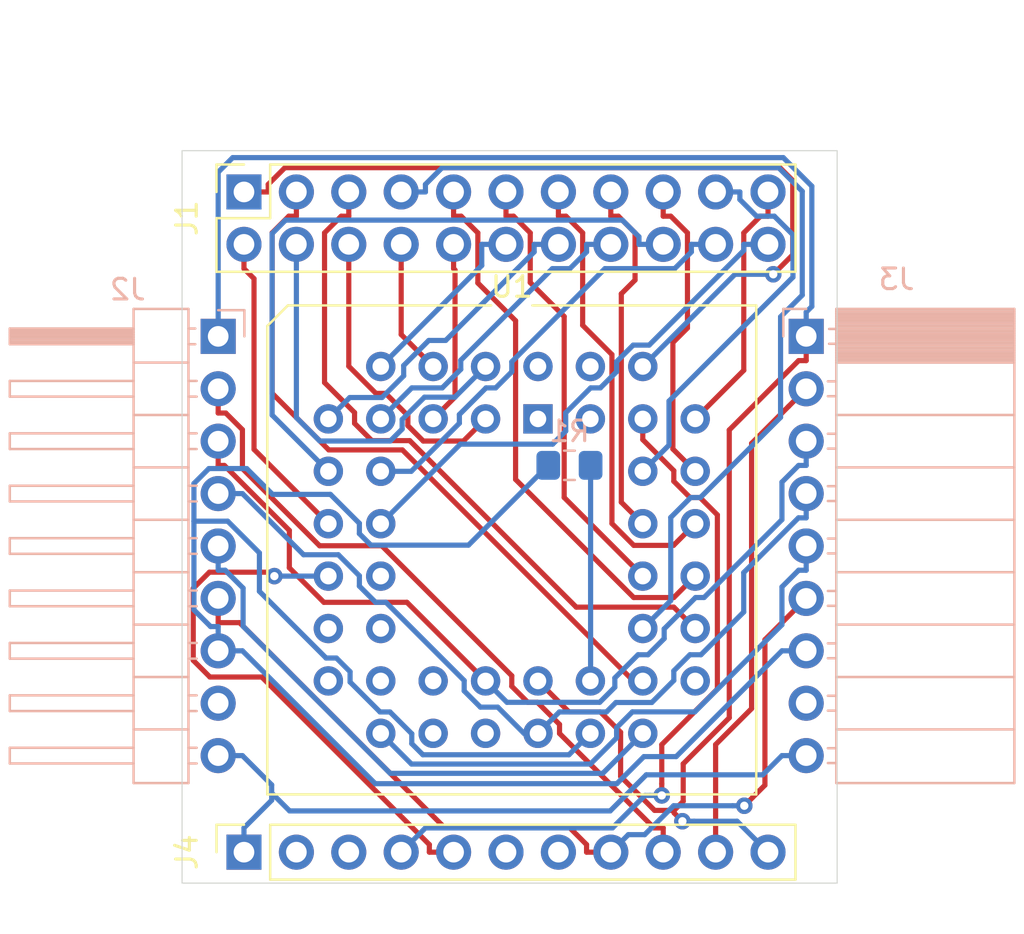
<source format=kicad_pcb>
(kicad_pcb (version 20171130) (host pcbnew 5.1.2)

  (general
    (thickness 1.6)
    (drawings 4)
    (tracks 381)
    (zones 0)
    (modules 6)
    (nets 50)
  )

  (page A4)
  (layers
    (0 F.Cu signal)
    (31 B.Cu signal)
    (32 B.Adhes user)
    (33 F.Adhes user)
    (34 B.Paste user)
    (35 F.Paste user)
    (36 B.SilkS user)
    (37 F.SilkS user)
    (38 B.Mask user)
    (39 F.Mask user)
    (40 Dwgs.User user)
    (41 Cmts.User user)
    (42 Eco1.User user)
    (43 Eco2.User user)
    (44 Edge.Cuts user)
    (45 Margin user)
    (46 B.CrtYd user)
    (47 F.CrtYd user)
    (48 B.Fab user)
    (49 F.Fab user)
  )

  (setup
    (last_trace_width 0.25)
    (trace_clearance 0.2)
    (zone_clearance 0.508)
    (zone_45_only no)
    (trace_min 0.2)
    (via_size 0.8)
    (via_drill 0.4)
    (via_min_size 0.4)
    (via_min_drill 0.3)
    (uvia_size 0.3)
    (uvia_drill 0.1)
    (uvias_allowed no)
    (uvia_min_size 0.2)
    (uvia_min_drill 0.1)
    (edge_width 0.05)
    (segment_width 0.2)
    (pcb_text_width 0.3)
    (pcb_text_size 1.5 1.5)
    (mod_edge_width 0.12)
    (mod_text_size 1 1)
    (mod_text_width 0.15)
    (pad_size 1.524 1.524)
    (pad_drill 0.762)
    (pad_to_mask_clearance 0.051)
    (solder_mask_min_width 0.25)
    (aux_axis_origin 0 0)
    (visible_elements FFFFFF7F)
    (pcbplotparams
      (layerselection 0x010fc_ffffffff)
      (usegerberextensions false)
      (usegerberattributes false)
      (usegerberadvancedattributes false)
      (creategerberjobfile false)
      (excludeedgelayer true)
      (linewidth 0.100000)
      (plotframeref false)
      (viasonmask false)
      (mode 1)
      (useauxorigin false)
      (hpglpennumber 1)
      (hpglpenspeed 20)
      (hpglpendiameter 15.000000)
      (psnegative false)
      (psa4output false)
      (plotreference true)
      (plotvalue true)
      (plotinvisibletext false)
      (padsonsilk false)
      (subtractmaskfromsilk false)
      (outputformat 1)
      (mirror false)
      (drillshape 0)
      (scaleselection 1)
      (outputdirectory "./gerber"))
  )

  (net 0 "")
  (net 1 "Net-(J1-Pad1)")
  (net 2 "Net-(J1-Pad2)")
  (net 3 "Net-(J1-Pad3)")
  (net 4 "Net-(J1-Pad4)")
  (net 5 "Net-(J1-Pad5)")
  (net 6 "Net-(J1-Pad6)")
  (net 7 "Net-(J1-Pad7)")
  (net 8 "Net-(J1-Pad8)")
  (net 9 "Net-(J2-Pad2)")
  (net 10 "Net-(J2-Pad3)")
  (net 11 "Net-(J2-Pad4)")
  (net 12 "Net-(J2-Pad5)")
  (net 13 "Net-(J2-Pad8)")
  (net 14 GND)
  (net 15 "Net-(J3-Pad2)")
  (net 16 "Net-(J3-Pad5)")
  (net 17 +5V)
  (net 18 +12V)
  (net 19 "Net-(J3-Pad8)")
  (net 20 HT)
  (net 21 "Net-(J4-Pad2)")
  (net 22 "Net-(J4-Pad5)")
  (net 23 "Net-(R1-Pad1)")
  (net 24 "Net-(J1-Pad9)")
  (net 25 "Net-(J1-Pad10)")
  (net 26 "Net-(J1-Pad11)")
  (net 27 "Net-(J1-Pad12)")
  (net 28 "Net-(J1-Pad13)")
  (net 29 "Net-(J1-Pad14)")
  (net 30 "Net-(J1-Pad15)")
  (net 31 "Net-(J1-Pad16)")
  (net 32 "Net-(J1-Pad17)")
  (net 33 "Net-(J1-Pad18)")
  (net 34 "Net-(J1-Pad19)")
  (net 35 "Net-(J1-Pad20)")
  (net 36 "Net-(J1-Pad21)")
  (net 37 "Net-(J1-Pad22)")
  (net 38 "Net-(J4-Pad3)")
  (net 39 "Net-(J4-Pad4)")
  (net 40 "Net-(J4-Pad6)")
  (net 41 "Net-(J4-Pad7)")
  (net 42 "Net-(U1-Pad1)")
  (net 43 "Net-(U1-Pad43)")
  (net 44 "Net-(U1-Pad44)")
  (net 45 "Net-(U1-Pad42)")
  (net 46 "Net-(U1-Pad14)")
  (net 47 "Net-(U1-Pad16)")
  (net 48 "Net-(U1-Pad15)")
  (net 49 "Net-(U1-Pad17)")

  (net_class Default "This is the default net class."
    (clearance 0.2)
    (trace_width 0.25)
    (via_dia 0.8)
    (via_drill 0.4)
    (uvia_dia 0.3)
    (uvia_drill 0.1)
    (add_net +12V)
    (add_net +5V)
    (add_net GND)
    (add_net HT)
    (add_net "Net-(J1-Pad1)")
    (add_net "Net-(J1-Pad10)")
    (add_net "Net-(J1-Pad11)")
    (add_net "Net-(J1-Pad12)")
    (add_net "Net-(J1-Pad13)")
    (add_net "Net-(J1-Pad14)")
    (add_net "Net-(J1-Pad15)")
    (add_net "Net-(J1-Pad16)")
    (add_net "Net-(J1-Pad17)")
    (add_net "Net-(J1-Pad18)")
    (add_net "Net-(J1-Pad19)")
    (add_net "Net-(J1-Pad2)")
    (add_net "Net-(J1-Pad20)")
    (add_net "Net-(J1-Pad21)")
    (add_net "Net-(J1-Pad22)")
    (add_net "Net-(J1-Pad3)")
    (add_net "Net-(J1-Pad4)")
    (add_net "Net-(J1-Pad5)")
    (add_net "Net-(J1-Pad6)")
    (add_net "Net-(J1-Pad7)")
    (add_net "Net-(J1-Pad8)")
    (add_net "Net-(J1-Pad9)")
    (add_net "Net-(J2-Pad2)")
    (add_net "Net-(J2-Pad3)")
    (add_net "Net-(J2-Pad4)")
    (add_net "Net-(J2-Pad5)")
    (add_net "Net-(J2-Pad8)")
    (add_net "Net-(J3-Pad2)")
    (add_net "Net-(J3-Pad5)")
    (add_net "Net-(J3-Pad8)")
    (add_net "Net-(J4-Pad2)")
    (add_net "Net-(J4-Pad3)")
    (add_net "Net-(J4-Pad4)")
    (add_net "Net-(J4-Pad5)")
    (add_net "Net-(J4-Pad6)")
    (add_net "Net-(J4-Pad7)")
    (add_net "Net-(R1-Pad1)")
    (add_net "Net-(U1-Pad1)")
    (add_net "Net-(U1-Pad14)")
    (add_net "Net-(U1-Pad15)")
    (add_net "Net-(U1-Pad16)")
    (add_net "Net-(U1-Pad17)")
    (add_net "Net-(U1-Pad42)")
    (add_net "Net-(U1-Pad43)")
    (add_net "Net-(U1-Pad44)")
  )

  (module Connector_PinSocket_2.54mm:PinSocket_2x11_P2.54mm_Vertical (layer F.Cu) (tedit 5A19A41F) (tstamp 5CCF939D)
    (at 100 100 90)
    (descr "Through hole straight socket strip, 2x11, 2.54mm pitch, double cols (from Kicad 4.0.7), script generated")
    (tags "Through hole socket strip THT 2x11 2.54mm double row")
    (path /5CCEFF92)
    (fp_text reference J1 (at -1.27 -2.77 90) (layer F.SilkS)
      (effects (font (size 1 1) (thickness 0.15)))
    )
    (fp_text value Cathodes (at 5.75 23.5 90) (layer F.Fab)
      (effects (font (size 1 1) (thickness 0.15)))
    )
    (fp_line (start -3.81 -1.27) (end 0.27 -1.27) (layer F.Fab) (width 0.1))
    (fp_line (start 0.27 -1.27) (end 1.27 -0.27) (layer F.Fab) (width 0.1))
    (fp_line (start 1.27 -0.27) (end 1.27 26.67) (layer F.Fab) (width 0.1))
    (fp_line (start 1.27 26.67) (end -3.81 26.67) (layer F.Fab) (width 0.1))
    (fp_line (start -3.81 26.67) (end -3.81 -1.27) (layer F.Fab) (width 0.1))
    (fp_line (start -3.87 -1.33) (end -1.27 -1.33) (layer F.SilkS) (width 0.12))
    (fp_line (start -3.87 -1.33) (end -3.87 26.73) (layer F.SilkS) (width 0.12))
    (fp_line (start -3.87 26.73) (end 1.33 26.73) (layer F.SilkS) (width 0.12))
    (fp_line (start 1.33 1.27) (end 1.33 26.73) (layer F.SilkS) (width 0.12))
    (fp_line (start -1.27 1.27) (end 1.33 1.27) (layer F.SilkS) (width 0.12))
    (fp_line (start -1.27 -1.33) (end -1.27 1.27) (layer F.SilkS) (width 0.12))
    (fp_line (start 1.33 -1.33) (end 1.33 0) (layer F.SilkS) (width 0.12))
    (fp_line (start 0 -1.33) (end 1.33 -1.33) (layer F.SilkS) (width 0.12))
    (fp_line (start -4.34 -1.8) (end 1.76 -1.8) (layer F.CrtYd) (width 0.05))
    (fp_line (start 1.76 -1.8) (end 1.76 27.15) (layer F.CrtYd) (width 0.05))
    (fp_line (start 1.76 27.15) (end -4.34 27.15) (layer F.CrtYd) (width 0.05))
    (fp_line (start -4.34 27.15) (end -4.34 -1.8) (layer F.CrtYd) (width 0.05))
    (fp_text user %R (at -1.27 12.7) (layer F.Fab)
      (effects (font (size 1 1) (thickness 0.15)))
    )
    (pad 1 thru_hole rect (at 0 0 90) (size 1.7 1.7) (drill 1) (layers *.Cu *.Mask)
      (net 1 "Net-(J1-Pad1)"))
    (pad 2 thru_hole oval (at -2.54 0 90) (size 1.7 1.7) (drill 1) (layers *.Cu *.Mask)
      (net 2 "Net-(J1-Pad2)"))
    (pad 3 thru_hole oval (at 0 2.54 90) (size 1.7 1.7) (drill 1) (layers *.Cu *.Mask)
      (net 3 "Net-(J1-Pad3)"))
    (pad 4 thru_hole oval (at -2.54 2.54 90) (size 1.7 1.7) (drill 1) (layers *.Cu *.Mask)
      (net 4 "Net-(J1-Pad4)"))
    (pad 5 thru_hole oval (at 0 5.08 90) (size 1.7 1.7) (drill 1) (layers *.Cu *.Mask)
      (net 5 "Net-(J1-Pad5)"))
    (pad 6 thru_hole oval (at -2.54 5.08 90) (size 1.7 1.7) (drill 1) (layers *.Cu *.Mask)
      (net 6 "Net-(J1-Pad6)"))
    (pad 7 thru_hole oval (at 0 7.62 90) (size 1.7 1.7) (drill 1) (layers *.Cu *.Mask)
      (net 7 "Net-(J1-Pad7)"))
    (pad 8 thru_hole oval (at -2.54 7.62 90) (size 1.7 1.7) (drill 1) (layers *.Cu *.Mask)
      (net 8 "Net-(J1-Pad8)"))
    (pad 9 thru_hole oval (at 0 10.16 90) (size 1.7 1.7) (drill 1) (layers *.Cu *.Mask)
      (net 24 "Net-(J1-Pad9)"))
    (pad 10 thru_hole oval (at -2.54 10.16 90) (size 1.7 1.7) (drill 1) (layers *.Cu *.Mask)
      (net 25 "Net-(J1-Pad10)"))
    (pad 11 thru_hole oval (at 0 12.7 90) (size 1.7 1.7) (drill 1) (layers *.Cu *.Mask)
      (net 26 "Net-(J1-Pad11)"))
    (pad 12 thru_hole oval (at -2.54 12.7 90) (size 1.7 1.7) (drill 1) (layers *.Cu *.Mask)
      (net 27 "Net-(J1-Pad12)"))
    (pad 13 thru_hole oval (at 0 15.24 90) (size 1.7 1.7) (drill 1) (layers *.Cu *.Mask)
      (net 28 "Net-(J1-Pad13)"))
    (pad 14 thru_hole oval (at -2.54 15.24 90) (size 1.7 1.7) (drill 1) (layers *.Cu *.Mask)
      (net 29 "Net-(J1-Pad14)"))
    (pad 15 thru_hole oval (at 0 17.78 90) (size 1.7 1.7) (drill 1) (layers *.Cu *.Mask)
      (net 30 "Net-(J1-Pad15)"))
    (pad 16 thru_hole oval (at -2.54 17.78 90) (size 1.7 1.7) (drill 1) (layers *.Cu *.Mask)
      (net 31 "Net-(J1-Pad16)"))
    (pad 17 thru_hole oval (at 0 20.32 90) (size 1.7 1.7) (drill 1) (layers *.Cu *.Mask)
      (net 32 "Net-(J1-Pad17)"))
    (pad 18 thru_hole oval (at -2.54 20.32 90) (size 1.7 1.7) (drill 1) (layers *.Cu *.Mask)
      (net 33 "Net-(J1-Pad18)"))
    (pad 19 thru_hole oval (at 0 22.86 90) (size 1.7 1.7) (drill 1) (layers *.Cu *.Mask)
      (net 34 "Net-(J1-Pad19)"))
    (pad 20 thru_hole oval (at -2.54 22.86 90) (size 1.7 1.7) (drill 1) (layers *.Cu *.Mask)
      (net 35 "Net-(J1-Pad20)"))
    (pad 21 thru_hole oval (at 0 25.4 90) (size 1.7 1.7) (drill 1) (layers *.Cu *.Mask)
      (net 36 "Net-(J1-Pad21)"))
    (pad 22 thru_hole oval (at -2.54 25.4 90) (size 1.7 1.7) (drill 1) (layers *.Cu *.Mask)
      (net 37 "Net-(J1-Pad22)"))
    (model ${KISYS3DMOD}/Connector_PinSocket_2.54mm.3dshapes/PinSocket_2x11_P2.54mm_Vertical.wrl
      (at (xyz 0 0 0))
      (scale (xyz 1 1 1))
      (rotate (xyz 0 0 0))
    )
  )

  (module Connector_PinHeader_2.54mm:PinHeader_1x09_P2.54mm_Horizontal (layer B.Cu) (tedit 59FED5CB) (tstamp 5CCF942B)
    (at 98.75 107 180)
    (descr "Through hole angled pin header, 1x09, 2.54mm pitch, 6mm pin length, single row")
    (tags "Through hole angled pin header THT 1x09 2.54mm single row")
    (path /5CD4D4CA)
    (fp_text reference J2 (at 4.385 2.27) (layer B.SilkS)
      (effects (font (size 1 1) (thickness 0.15)) (justify mirror))
    )
    (fp_text value In (at 4.385 -22.59) (layer B.Fab)
      (effects (font (size 1 1) (thickness 0.15)) (justify mirror))
    )
    (fp_line (start 2.135 1.27) (end 4.04 1.27) (layer B.Fab) (width 0.1))
    (fp_line (start 4.04 1.27) (end 4.04 -21.59) (layer B.Fab) (width 0.1))
    (fp_line (start 4.04 -21.59) (end 1.5 -21.59) (layer B.Fab) (width 0.1))
    (fp_line (start 1.5 -21.59) (end 1.5 0.635) (layer B.Fab) (width 0.1))
    (fp_line (start 1.5 0.635) (end 2.135 1.27) (layer B.Fab) (width 0.1))
    (fp_line (start -0.32 0.32) (end 1.5 0.32) (layer B.Fab) (width 0.1))
    (fp_line (start -0.32 0.32) (end -0.32 -0.32) (layer B.Fab) (width 0.1))
    (fp_line (start -0.32 -0.32) (end 1.5 -0.32) (layer B.Fab) (width 0.1))
    (fp_line (start 4.04 0.32) (end 10.04 0.32) (layer B.Fab) (width 0.1))
    (fp_line (start 10.04 0.32) (end 10.04 -0.32) (layer B.Fab) (width 0.1))
    (fp_line (start 4.04 -0.32) (end 10.04 -0.32) (layer B.Fab) (width 0.1))
    (fp_line (start -0.32 -2.22) (end 1.5 -2.22) (layer B.Fab) (width 0.1))
    (fp_line (start -0.32 -2.22) (end -0.32 -2.86) (layer B.Fab) (width 0.1))
    (fp_line (start -0.32 -2.86) (end 1.5 -2.86) (layer B.Fab) (width 0.1))
    (fp_line (start 4.04 -2.22) (end 10.04 -2.22) (layer B.Fab) (width 0.1))
    (fp_line (start 10.04 -2.22) (end 10.04 -2.86) (layer B.Fab) (width 0.1))
    (fp_line (start 4.04 -2.86) (end 10.04 -2.86) (layer B.Fab) (width 0.1))
    (fp_line (start -0.32 -4.76) (end 1.5 -4.76) (layer B.Fab) (width 0.1))
    (fp_line (start -0.32 -4.76) (end -0.32 -5.4) (layer B.Fab) (width 0.1))
    (fp_line (start -0.32 -5.4) (end 1.5 -5.4) (layer B.Fab) (width 0.1))
    (fp_line (start 4.04 -4.76) (end 10.04 -4.76) (layer B.Fab) (width 0.1))
    (fp_line (start 10.04 -4.76) (end 10.04 -5.4) (layer B.Fab) (width 0.1))
    (fp_line (start 4.04 -5.4) (end 10.04 -5.4) (layer B.Fab) (width 0.1))
    (fp_line (start -0.32 -7.3) (end 1.5 -7.3) (layer B.Fab) (width 0.1))
    (fp_line (start -0.32 -7.3) (end -0.32 -7.94) (layer B.Fab) (width 0.1))
    (fp_line (start -0.32 -7.94) (end 1.5 -7.94) (layer B.Fab) (width 0.1))
    (fp_line (start 4.04 -7.3) (end 10.04 -7.3) (layer B.Fab) (width 0.1))
    (fp_line (start 10.04 -7.3) (end 10.04 -7.94) (layer B.Fab) (width 0.1))
    (fp_line (start 4.04 -7.94) (end 10.04 -7.94) (layer B.Fab) (width 0.1))
    (fp_line (start -0.32 -9.84) (end 1.5 -9.84) (layer B.Fab) (width 0.1))
    (fp_line (start -0.32 -9.84) (end -0.32 -10.48) (layer B.Fab) (width 0.1))
    (fp_line (start -0.32 -10.48) (end 1.5 -10.48) (layer B.Fab) (width 0.1))
    (fp_line (start 4.04 -9.84) (end 10.04 -9.84) (layer B.Fab) (width 0.1))
    (fp_line (start 10.04 -9.84) (end 10.04 -10.48) (layer B.Fab) (width 0.1))
    (fp_line (start 4.04 -10.48) (end 10.04 -10.48) (layer B.Fab) (width 0.1))
    (fp_line (start -0.32 -12.38) (end 1.5 -12.38) (layer B.Fab) (width 0.1))
    (fp_line (start -0.32 -12.38) (end -0.32 -13.02) (layer B.Fab) (width 0.1))
    (fp_line (start -0.32 -13.02) (end 1.5 -13.02) (layer B.Fab) (width 0.1))
    (fp_line (start 4.04 -12.38) (end 10.04 -12.38) (layer B.Fab) (width 0.1))
    (fp_line (start 10.04 -12.38) (end 10.04 -13.02) (layer B.Fab) (width 0.1))
    (fp_line (start 4.04 -13.02) (end 10.04 -13.02) (layer B.Fab) (width 0.1))
    (fp_line (start -0.32 -14.92) (end 1.5 -14.92) (layer B.Fab) (width 0.1))
    (fp_line (start -0.32 -14.92) (end -0.32 -15.56) (layer B.Fab) (width 0.1))
    (fp_line (start -0.32 -15.56) (end 1.5 -15.56) (layer B.Fab) (width 0.1))
    (fp_line (start 4.04 -14.92) (end 10.04 -14.92) (layer B.Fab) (width 0.1))
    (fp_line (start 10.04 -14.92) (end 10.04 -15.56) (layer B.Fab) (width 0.1))
    (fp_line (start 4.04 -15.56) (end 10.04 -15.56) (layer B.Fab) (width 0.1))
    (fp_line (start -0.32 -17.46) (end 1.5 -17.46) (layer B.Fab) (width 0.1))
    (fp_line (start -0.32 -17.46) (end -0.32 -18.1) (layer B.Fab) (width 0.1))
    (fp_line (start -0.32 -18.1) (end 1.5 -18.1) (layer B.Fab) (width 0.1))
    (fp_line (start 4.04 -17.46) (end 10.04 -17.46) (layer B.Fab) (width 0.1))
    (fp_line (start 10.04 -17.46) (end 10.04 -18.1) (layer B.Fab) (width 0.1))
    (fp_line (start 4.04 -18.1) (end 10.04 -18.1) (layer B.Fab) (width 0.1))
    (fp_line (start -0.32 -20) (end 1.5 -20) (layer B.Fab) (width 0.1))
    (fp_line (start -0.32 -20) (end -0.32 -20.64) (layer B.Fab) (width 0.1))
    (fp_line (start -0.32 -20.64) (end 1.5 -20.64) (layer B.Fab) (width 0.1))
    (fp_line (start 4.04 -20) (end 10.04 -20) (layer B.Fab) (width 0.1))
    (fp_line (start 10.04 -20) (end 10.04 -20.64) (layer B.Fab) (width 0.1))
    (fp_line (start 4.04 -20.64) (end 10.04 -20.64) (layer B.Fab) (width 0.1))
    (fp_line (start 1.44 1.33) (end 1.44 -21.65) (layer B.SilkS) (width 0.12))
    (fp_line (start 1.44 -21.65) (end 4.1 -21.65) (layer B.SilkS) (width 0.12))
    (fp_line (start 4.1 -21.65) (end 4.1 1.33) (layer B.SilkS) (width 0.12))
    (fp_line (start 4.1 1.33) (end 1.44 1.33) (layer B.SilkS) (width 0.12))
    (fp_line (start 4.1 0.38) (end 10.1 0.38) (layer B.SilkS) (width 0.12))
    (fp_line (start 10.1 0.38) (end 10.1 -0.38) (layer B.SilkS) (width 0.12))
    (fp_line (start 10.1 -0.38) (end 4.1 -0.38) (layer B.SilkS) (width 0.12))
    (fp_line (start 4.1 0.32) (end 10.1 0.32) (layer B.SilkS) (width 0.12))
    (fp_line (start 4.1 0.2) (end 10.1 0.2) (layer B.SilkS) (width 0.12))
    (fp_line (start 4.1 0.08) (end 10.1 0.08) (layer B.SilkS) (width 0.12))
    (fp_line (start 4.1 -0.04) (end 10.1 -0.04) (layer B.SilkS) (width 0.12))
    (fp_line (start 4.1 -0.16) (end 10.1 -0.16) (layer B.SilkS) (width 0.12))
    (fp_line (start 4.1 -0.28) (end 10.1 -0.28) (layer B.SilkS) (width 0.12))
    (fp_line (start 1.11 0.38) (end 1.44 0.38) (layer B.SilkS) (width 0.12))
    (fp_line (start 1.11 -0.38) (end 1.44 -0.38) (layer B.SilkS) (width 0.12))
    (fp_line (start 1.44 -1.27) (end 4.1 -1.27) (layer B.SilkS) (width 0.12))
    (fp_line (start 4.1 -2.16) (end 10.1 -2.16) (layer B.SilkS) (width 0.12))
    (fp_line (start 10.1 -2.16) (end 10.1 -2.92) (layer B.SilkS) (width 0.12))
    (fp_line (start 10.1 -2.92) (end 4.1 -2.92) (layer B.SilkS) (width 0.12))
    (fp_line (start 1.042929 -2.16) (end 1.44 -2.16) (layer B.SilkS) (width 0.12))
    (fp_line (start 1.042929 -2.92) (end 1.44 -2.92) (layer B.SilkS) (width 0.12))
    (fp_line (start 1.44 -3.81) (end 4.1 -3.81) (layer B.SilkS) (width 0.12))
    (fp_line (start 4.1 -4.7) (end 10.1 -4.7) (layer B.SilkS) (width 0.12))
    (fp_line (start 10.1 -4.7) (end 10.1 -5.46) (layer B.SilkS) (width 0.12))
    (fp_line (start 10.1 -5.46) (end 4.1 -5.46) (layer B.SilkS) (width 0.12))
    (fp_line (start 1.042929 -4.7) (end 1.44 -4.7) (layer B.SilkS) (width 0.12))
    (fp_line (start 1.042929 -5.46) (end 1.44 -5.46) (layer B.SilkS) (width 0.12))
    (fp_line (start 1.44 -6.35) (end 4.1 -6.35) (layer B.SilkS) (width 0.12))
    (fp_line (start 4.1 -7.24) (end 10.1 -7.24) (layer B.SilkS) (width 0.12))
    (fp_line (start 10.1 -7.24) (end 10.1 -8) (layer B.SilkS) (width 0.12))
    (fp_line (start 10.1 -8) (end 4.1 -8) (layer B.SilkS) (width 0.12))
    (fp_line (start 1.042929 -7.24) (end 1.44 -7.24) (layer B.SilkS) (width 0.12))
    (fp_line (start 1.042929 -8) (end 1.44 -8) (layer B.SilkS) (width 0.12))
    (fp_line (start 1.44 -8.89) (end 4.1 -8.89) (layer B.SilkS) (width 0.12))
    (fp_line (start 4.1 -9.78) (end 10.1 -9.78) (layer B.SilkS) (width 0.12))
    (fp_line (start 10.1 -9.78) (end 10.1 -10.54) (layer B.SilkS) (width 0.12))
    (fp_line (start 10.1 -10.54) (end 4.1 -10.54) (layer B.SilkS) (width 0.12))
    (fp_line (start 1.042929 -9.78) (end 1.44 -9.78) (layer B.SilkS) (width 0.12))
    (fp_line (start 1.042929 -10.54) (end 1.44 -10.54) (layer B.SilkS) (width 0.12))
    (fp_line (start 1.44 -11.43) (end 4.1 -11.43) (layer B.SilkS) (width 0.12))
    (fp_line (start 4.1 -12.32) (end 10.1 -12.32) (layer B.SilkS) (width 0.12))
    (fp_line (start 10.1 -12.32) (end 10.1 -13.08) (layer B.SilkS) (width 0.12))
    (fp_line (start 10.1 -13.08) (end 4.1 -13.08) (layer B.SilkS) (width 0.12))
    (fp_line (start 1.042929 -12.32) (end 1.44 -12.32) (layer B.SilkS) (width 0.12))
    (fp_line (start 1.042929 -13.08) (end 1.44 -13.08) (layer B.SilkS) (width 0.12))
    (fp_line (start 1.44 -13.97) (end 4.1 -13.97) (layer B.SilkS) (width 0.12))
    (fp_line (start 4.1 -14.86) (end 10.1 -14.86) (layer B.SilkS) (width 0.12))
    (fp_line (start 10.1 -14.86) (end 10.1 -15.62) (layer B.SilkS) (width 0.12))
    (fp_line (start 10.1 -15.62) (end 4.1 -15.62) (layer B.SilkS) (width 0.12))
    (fp_line (start 1.042929 -14.86) (end 1.44 -14.86) (layer B.SilkS) (width 0.12))
    (fp_line (start 1.042929 -15.62) (end 1.44 -15.62) (layer B.SilkS) (width 0.12))
    (fp_line (start 1.44 -16.51) (end 4.1 -16.51) (layer B.SilkS) (width 0.12))
    (fp_line (start 4.1 -17.4) (end 10.1 -17.4) (layer B.SilkS) (width 0.12))
    (fp_line (start 10.1 -17.4) (end 10.1 -18.16) (layer B.SilkS) (width 0.12))
    (fp_line (start 10.1 -18.16) (end 4.1 -18.16) (layer B.SilkS) (width 0.12))
    (fp_line (start 1.042929 -17.4) (end 1.44 -17.4) (layer B.SilkS) (width 0.12))
    (fp_line (start 1.042929 -18.16) (end 1.44 -18.16) (layer B.SilkS) (width 0.12))
    (fp_line (start 1.44 -19.05) (end 4.1 -19.05) (layer B.SilkS) (width 0.12))
    (fp_line (start 4.1 -19.94) (end 10.1 -19.94) (layer B.SilkS) (width 0.12))
    (fp_line (start 10.1 -19.94) (end 10.1 -20.7) (layer B.SilkS) (width 0.12))
    (fp_line (start 10.1 -20.7) (end 4.1 -20.7) (layer B.SilkS) (width 0.12))
    (fp_line (start 1.042929 -19.94) (end 1.44 -19.94) (layer B.SilkS) (width 0.12))
    (fp_line (start 1.042929 -20.7) (end 1.44 -20.7) (layer B.SilkS) (width 0.12))
    (fp_line (start -1.27 0) (end -1.27 1.27) (layer B.SilkS) (width 0.12))
    (fp_line (start -1.27 1.27) (end 0 1.27) (layer B.SilkS) (width 0.12))
    (fp_line (start -1.8 1.8) (end -1.8 -22.1) (layer B.CrtYd) (width 0.05))
    (fp_line (start -1.8 -22.1) (end 10.55 -22.1) (layer B.CrtYd) (width 0.05))
    (fp_line (start 10.55 -22.1) (end 10.55 1.8) (layer B.CrtYd) (width 0.05))
    (fp_line (start 10.55 1.8) (end -1.8 1.8) (layer B.CrtYd) (width 0.05))
    (fp_text user %R (at 2.77 -10.16 -90) (layer B.Fab)
      (effects (font (size 1 1) (thickness 0.15)) (justify mirror))
    )
    (pad 1 thru_hole rect (at 0 0 180) (size 1.7 1.7) (drill 1) (layers *.Cu *.Mask)
      (net 14 GND))
    (pad 2 thru_hole oval (at 0 -2.54 180) (size 1.7 1.7) (drill 1) (layers *.Cu *.Mask)
      (net 9 "Net-(J2-Pad2)"))
    (pad 3 thru_hole oval (at 0 -5.08 180) (size 1.7 1.7) (drill 1) (layers *.Cu *.Mask)
      (net 10 "Net-(J2-Pad3)"))
    (pad 4 thru_hole oval (at 0 -7.62 180) (size 1.7 1.7) (drill 1) (layers *.Cu *.Mask)
      (net 11 "Net-(J2-Pad4)"))
    (pad 5 thru_hole oval (at 0 -10.16 180) (size 1.7 1.7) (drill 1) (layers *.Cu *.Mask)
      (net 12 "Net-(J2-Pad5)"))
    (pad 6 thru_hole oval (at 0 -12.7 180) (size 1.7 1.7) (drill 1) (layers *.Cu *.Mask)
      (net 17 +5V))
    (pad 7 thru_hole oval (at 0 -15.24 180) (size 1.7 1.7) (drill 1) (layers *.Cu *.Mask)
      (net 18 +12V))
    (pad 8 thru_hole oval (at 0 -17.78 180) (size 1.7 1.7) (drill 1) (layers *.Cu *.Mask)
      (net 13 "Net-(J2-Pad8)"))
    (pad 9 thru_hole oval (at 0 -20.32 180) (size 1.7 1.7) (drill 1) (layers *.Cu *.Mask)
      (net 20 HT))
    (model ${KISYS3DMOD}/Connector_PinHeader_2.54mm.3dshapes/PinHeader_1x09_P2.54mm_Horizontal.wrl
      (at (xyz 0 0 0))
      (scale (xyz 1 1 1))
      (rotate (xyz 0 0 0))
    )
  )

  (module Connector_PinSocket_2.54mm:PinSocket_1x09_P2.54mm_Horizontal (layer B.Cu) (tedit 5A19A434) (tstamp 5CCFA3B5)
    (at 127.25 107 180)
    (descr "Through hole angled socket strip, 1x09, 2.54mm pitch, 8.51mm socket length, single row (from Kicad 4.0.7), script generated")
    (tags "Through hole angled socket strip THT 1x09 2.54mm single row")
    (path /5CD4CC33)
    (fp_text reference J3 (at -4.38 2.77) (layer B.SilkS)
      (effects (font (size 1 1) (thickness 0.15)) (justify mirror))
    )
    (fp_text value Out (at -4.38 -23.09) (layer B.Fab)
      (effects (font (size 1 1) (thickness 0.15)) (justify mirror))
    )
    (fp_line (start -10.03 1.27) (end -2.49 1.27) (layer B.Fab) (width 0.1))
    (fp_line (start -2.49 1.27) (end -1.52 0.3) (layer B.Fab) (width 0.1))
    (fp_line (start -1.52 0.3) (end -1.52 -21.59) (layer B.Fab) (width 0.1))
    (fp_line (start -1.52 -21.59) (end -10.03 -21.59) (layer B.Fab) (width 0.1))
    (fp_line (start -10.03 -21.59) (end -10.03 1.27) (layer B.Fab) (width 0.1))
    (fp_line (start 0 0.3) (end -1.52 0.3) (layer B.Fab) (width 0.1))
    (fp_line (start -1.52 -0.3) (end 0 -0.3) (layer B.Fab) (width 0.1))
    (fp_line (start 0 -0.3) (end 0 0.3) (layer B.Fab) (width 0.1))
    (fp_line (start 0 -2.24) (end -1.52 -2.24) (layer B.Fab) (width 0.1))
    (fp_line (start -1.52 -2.84) (end 0 -2.84) (layer B.Fab) (width 0.1))
    (fp_line (start 0 -2.84) (end 0 -2.24) (layer B.Fab) (width 0.1))
    (fp_line (start 0 -4.78) (end -1.52 -4.78) (layer B.Fab) (width 0.1))
    (fp_line (start -1.52 -5.38) (end 0 -5.38) (layer B.Fab) (width 0.1))
    (fp_line (start 0 -5.38) (end 0 -4.78) (layer B.Fab) (width 0.1))
    (fp_line (start 0 -7.32) (end -1.52 -7.32) (layer B.Fab) (width 0.1))
    (fp_line (start -1.52 -7.92) (end 0 -7.92) (layer B.Fab) (width 0.1))
    (fp_line (start 0 -7.92) (end 0 -7.32) (layer B.Fab) (width 0.1))
    (fp_line (start 0 -9.86) (end -1.52 -9.86) (layer B.Fab) (width 0.1))
    (fp_line (start -1.52 -10.46) (end 0 -10.46) (layer B.Fab) (width 0.1))
    (fp_line (start 0 -10.46) (end 0 -9.86) (layer B.Fab) (width 0.1))
    (fp_line (start 0 -12.4) (end -1.52 -12.4) (layer B.Fab) (width 0.1))
    (fp_line (start -1.52 -13) (end 0 -13) (layer B.Fab) (width 0.1))
    (fp_line (start 0 -13) (end 0 -12.4) (layer B.Fab) (width 0.1))
    (fp_line (start 0 -14.94) (end -1.52 -14.94) (layer B.Fab) (width 0.1))
    (fp_line (start -1.52 -15.54) (end 0 -15.54) (layer B.Fab) (width 0.1))
    (fp_line (start 0 -15.54) (end 0 -14.94) (layer B.Fab) (width 0.1))
    (fp_line (start 0 -17.48) (end -1.52 -17.48) (layer B.Fab) (width 0.1))
    (fp_line (start -1.52 -18.08) (end 0 -18.08) (layer B.Fab) (width 0.1))
    (fp_line (start 0 -18.08) (end 0 -17.48) (layer B.Fab) (width 0.1))
    (fp_line (start 0 -20.02) (end -1.52 -20.02) (layer B.Fab) (width 0.1))
    (fp_line (start -1.52 -20.62) (end 0 -20.62) (layer B.Fab) (width 0.1))
    (fp_line (start 0 -20.62) (end 0 -20.02) (layer B.Fab) (width 0.1))
    (fp_line (start -10.09 1.21) (end -1.46 1.21) (layer B.SilkS) (width 0.12))
    (fp_line (start -10.09 1.091905) (end -1.46 1.091905) (layer B.SilkS) (width 0.12))
    (fp_line (start -10.09 0.97381) (end -1.46 0.97381) (layer B.SilkS) (width 0.12))
    (fp_line (start -10.09 0.855715) (end -1.46 0.855715) (layer B.SilkS) (width 0.12))
    (fp_line (start -10.09 0.73762) (end -1.46 0.73762) (layer B.SilkS) (width 0.12))
    (fp_line (start -10.09 0.619525) (end -1.46 0.619525) (layer B.SilkS) (width 0.12))
    (fp_line (start -10.09 0.50143) (end -1.46 0.50143) (layer B.SilkS) (width 0.12))
    (fp_line (start -10.09 0.383335) (end -1.46 0.383335) (layer B.SilkS) (width 0.12))
    (fp_line (start -10.09 0.26524) (end -1.46 0.26524) (layer B.SilkS) (width 0.12))
    (fp_line (start -10.09 0.147145) (end -1.46 0.147145) (layer B.SilkS) (width 0.12))
    (fp_line (start -10.09 0.02905) (end -1.46 0.02905) (layer B.SilkS) (width 0.12))
    (fp_line (start -10.09 -0.089045) (end -1.46 -0.089045) (layer B.SilkS) (width 0.12))
    (fp_line (start -10.09 -0.20714) (end -1.46 -0.20714) (layer B.SilkS) (width 0.12))
    (fp_line (start -10.09 -0.325235) (end -1.46 -0.325235) (layer B.SilkS) (width 0.12))
    (fp_line (start -10.09 -0.44333) (end -1.46 -0.44333) (layer B.SilkS) (width 0.12))
    (fp_line (start -10.09 -0.561425) (end -1.46 -0.561425) (layer B.SilkS) (width 0.12))
    (fp_line (start -10.09 -0.67952) (end -1.46 -0.67952) (layer B.SilkS) (width 0.12))
    (fp_line (start -10.09 -0.797615) (end -1.46 -0.797615) (layer B.SilkS) (width 0.12))
    (fp_line (start -10.09 -0.91571) (end -1.46 -0.91571) (layer B.SilkS) (width 0.12))
    (fp_line (start -10.09 -1.033805) (end -1.46 -1.033805) (layer B.SilkS) (width 0.12))
    (fp_line (start -10.09 -1.1519) (end -1.46 -1.1519) (layer B.SilkS) (width 0.12))
    (fp_line (start -1.46 0.36) (end -1.11 0.36) (layer B.SilkS) (width 0.12))
    (fp_line (start -1.46 -0.36) (end -1.11 -0.36) (layer B.SilkS) (width 0.12))
    (fp_line (start -1.46 -2.18) (end -1.05 -2.18) (layer B.SilkS) (width 0.12))
    (fp_line (start -1.46 -2.9) (end -1.05 -2.9) (layer B.SilkS) (width 0.12))
    (fp_line (start -1.46 -4.72) (end -1.05 -4.72) (layer B.SilkS) (width 0.12))
    (fp_line (start -1.46 -5.44) (end -1.05 -5.44) (layer B.SilkS) (width 0.12))
    (fp_line (start -1.46 -7.26) (end -1.05 -7.26) (layer B.SilkS) (width 0.12))
    (fp_line (start -1.46 -7.98) (end -1.05 -7.98) (layer B.SilkS) (width 0.12))
    (fp_line (start -1.46 -9.8) (end -1.05 -9.8) (layer B.SilkS) (width 0.12))
    (fp_line (start -1.46 -10.52) (end -1.05 -10.52) (layer B.SilkS) (width 0.12))
    (fp_line (start -1.46 -12.34) (end -1.05 -12.34) (layer B.SilkS) (width 0.12))
    (fp_line (start -1.46 -13.06) (end -1.05 -13.06) (layer B.SilkS) (width 0.12))
    (fp_line (start -1.46 -14.88) (end -1.05 -14.88) (layer B.SilkS) (width 0.12))
    (fp_line (start -1.46 -15.6) (end -1.05 -15.6) (layer B.SilkS) (width 0.12))
    (fp_line (start -1.46 -17.42) (end -1.05 -17.42) (layer B.SilkS) (width 0.12))
    (fp_line (start -1.46 -18.14) (end -1.05 -18.14) (layer B.SilkS) (width 0.12))
    (fp_line (start -1.46 -19.96) (end -1.05 -19.96) (layer B.SilkS) (width 0.12))
    (fp_line (start -1.46 -20.68) (end -1.05 -20.68) (layer B.SilkS) (width 0.12))
    (fp_line (start -10.09 -1.27) (end -1.46 -1.27) (layer B.SilkS) (width 0.12))
    (fp_line (start -10.09 -3.81) (end -1.46 -3.81) (layer B.SilkS) (width 0.12))
    (fp_line (start -10.09 -6.35) (end -1.46 -6.35) (layer B.SilkS) (width 0.12))
    (fp_line (start -10.09 -8.89) (end -1.46 -8.89) (layer B.SilkS) (width 0.12))
    (fp_line (start -10.09 -11.43) (end -1.46 -11.43) (layer B.SilkS) (width 0.12))
    (fp_line (start -10.09 -13.97) (end -1.46 -13.97) (layer B.SilkS) (width 0.12))
    (fp_line (start -10.09 -16.51) (end -1.46 -16.51) (layer B.SilkS) (width 0.12))
    (fp_line (start -10.09 -19.05) (end -1.46 -19.05) (layer B.SilkS) (width 0.12))
    (fp_line (start -10.09 1.33) (end -1.46 1.33) (layer B.SilkS) (width 0.12))
    (fp_line (start -1.46 1.33) (end -1.46 -21.65) (layer B.SilkS) (width 0.12))
    (fp_line (start -10.09 -21.65) (end -1.46 -21.65) (layer B.SilkS) (width 0.12))
    (fp_line (start -10.09 1.33) (end -10.09 -21.65) (layer B.SilkS) (width 0.12))
    (fp_line (start 1.11 1.33) (end 1.11 0) (layer B.SilkS) (width 0.12))
    (fp_line (start 0 1.33) (end 1.11 1.33) (layer B.SilkS) (width 0.12))
    (fp_line (start 1.75 1.75) (end -10.55 1.75) (layer B.CrtYd) (width 0.05))
    (fp_line (start -10.55 1.75) (end -10.55 -22.15) (layer B.CrtYd) (width 0.05))
    (fp_line (start -10.55 -22.15) (end 1.75 -22.15) (layer B.CrtYd) (width 0.05))
    (fp_line (start 1.75 -22.15) (end 1.75 1.75) (layer B.CrtYd) (width 0.05))
    (fp_text user %R (at -5.775 -10.16 -90) (layer B.Fab)
      (effects (font (size 1 1) (thickness 0.15)) (justify mirror))
    )
    (pad 1 thru_hole rect (at 0 0 180) (size 1.7 1.7) (drill 1) (layers *.Cu *.Mask)
      (net 14 GND))
    (pad 2 thru_hole oval (at 0 -2.54 180) (size 1.7 1.7) (drill 1) (layers *.Cu *.Mask)
      (net 15 "Net-(J3-Pad2)"))
    (pad 3 thru_hole oval (at 0 -5.08 180) (size 1.7 1.7) (drill 1) (layers *.Cu *.Mask)
      (net 10 "Net-(J2-Pad3)"))
    (pad 4 thru_hole oval (at 0 -7.62 180) (size 1.7 1.7) (drill 1) (layers *.Cu *.Mask)
      (net 11 "Net-(J2-Pad4)"))
    (pad 5 thru_hole oval (at 0 -10.16 180) (size 1.7 1.7) (drill 1) (layers *.Cu *.Mask)
      (net 16 "Net-(J3-Pad5)"))
    (pad 6 thru_hole oval (at 0 -12.7 180) (size 1.7 1.7) (drill 1) (layers *.Cu *.Mask)
      (net 17 +5V))
    (pad 7 thru_hole oval (at 0 -15.24 180) (size 1.7 1.7) (drill 1) (layers *.Cu *.Mask)
      (net 18 +12V))
    (pad 8 thru_hole oval (at 0 -17.78 180) (size 1.7 1.7) (drill 1) (layers *.Cu *.Mask)
      (net 19 "Net-(J3-Pad8)"))
    (pad 9 thru_hole oval (at 0 -20.32 180) (size 1.7 1.7) (drill 1) (layers *.Cu *.Mask)
      (net 20 HT))
    (model ${KISYS3DMOD}/Connector_PinSocket_2.54mm.3dshapes/PinSocket_1x09_P2.54mm_Horizontal.wrl
      (at (xyz 0 0 0))
      (scale (xyz 1 1 1))
      (rotate (xyz 0 0 0))
    )
  )

  (module Connector_PinSocket_2.54mm:PinSocket_1x11_P2.54mm_Vertical (layer F.Cu) (tedit 5A19A42E) (tstamp 5CCF94B1)
    (at 100 132 90)
    (descr "Through hole straight socket strip, 1x11, 2.54mm pitch, single row (from Kicad 4.0.7), script generated")
    (tags "Through hole socket strip THT 1x11 2.54mm single row")
    (path /5CCF9B6F)
    (fp_text reference J4 (at 0 -2.77 90) (layer F.SilkS)
      (effects (font (size 1 1) (thickness 0.15)))
    )
    (fp_text value PowerMisc (at 0 28.17 90) (layer F.Fab)
      (effects (font (size 1 1) (thickness 0.15)))
    )
    (fp_line (start -1.27 -1.27) (end 0.635 -1.27) (layer F.Fab) (width 0.1))
    (fp_line (start 0.635 -1.27) (end 1.27 -0.635) (layer F.Fab) (width 0.1))
    (fp_line (start 1.27 -0.635) (end 1.27 26.67) (layer F.Fab) (width 0.1))
    (fp_line (start 1.27 26.67) (end -1.27 26.67) (layer F.Fab) (width 0.1))
    (fp_line (start -1.27 26.67) (end -1.27 -1.27) (layer F.Fab) (width 0.1))
    (fp_line (start -1.33 1.27) (end 1.33 1.27) (layer F.SilkS) (width 0.12))
    (fp_line (start -1.33 1.27) (end -1.33 26.73) (layer F.SilkS) (width 0.12))
    (fp_line (start -1.33 26.73) (end 1.33 26.73) (layer F.SilkS) (width 0.12))
    (fp_line (start 1.33 1.27) (end 1.33 26.73) (layer F.SilkS) (width 0.12))
    (fp_line (start 1.33 -1.33) (end 1.33 0) (layer F.SilkS) (width 0.12))
    (fp_line (start 0 -1.33) (end 1.33 -1.33) (layer F.SilkS) (width 0.12))
    (fp_line (start -1.8 -1.8) (end 1.75 -1.8) (layer F.CrtYd) (width 0.05))
    (fp_line (start 1.75 -1.8) (end 1.75 27.15) (layer F.CrtYd) (width 0.05))
    (fp_line (start 1.75 27.15) (end -1.8 27.15) (layer F.CrtYd) (width 0.05))
    (fp_line (start -1.8 27.15) (end -1.8 -1.8) (layer F.CrtYd) (width 0.05))
    (fp_text user %R (at 0 12.7) (layer F.Fab)
      (effects (font (size 1 1) (thickness 0.15)))
    )
    (pad 1 thru_hole rect (at 0 0 90) (size 1.7 1.7) (drill 1) (layers *.Cu *.Mask)
      (net 20 HT))
    (pad 2 thru_hole oval (at 0 2.54 90) (size 1.7 1.7) (drill 1) (layers *.Cu *.Mask)
      (net 21 "Net-(J4-Pad2)"))
    (pad 3 thru_hole oval (at 0 5.08 90) (size 1.7 1.7) (drill 1) (layers *.Cu *.Mask)
      (net 38 "Net-(J4-Pad3)"))
    (pad 4 thru_hole oval (at 0 7.62 90) (size 1.7 1.7) (drill 1) (layers *.Cu *.Mask)
      (net 39 "Net-(J4-Pad4)"))
    (pad 5 thru_hole oval (at 0 10.16 90) (size 1.7 1.7) (drill 1) (layers *.Cu *.Mask)
      (net 22 "Net-(J4-Pad5)"))
    (pad 6 thru_hole oval (at 0 12.7 90) (size 1.7 1.7) (drill 1) (layers *.Cu *.Mask)
      (net 40 "Net-(J4-Pad6)"))
    (pad 7 thru_hole oval (at 0 15.24 90) (size 1.7 1.7) (drill 1) (layers *.Cu *.Mask)
      (net 41 "Net-(J4-Pad7)"))
    (pad 8 thru_hole oval (at 0 17.78 90) (size 1.7 1.7) (drill 1) (layers *.Cu *.Mask)
      (net 17 +5V))
    (pad 9 thru_hole oval (at 0 20.32 90) (size 1.7 1.7) (drill 1) (layers *.Cu *.Mask)
      (net 9 "Net-(J2-Pad2)"))
    (pad 10 thru_hole oval (at 0 22.86 90) (size 1.7 1.7) (drill 1) (layers *.Cu *.Mask)
      (net 15 "Net-(J3-Pad2)"))
    (pad 11 thru_hole oval (at 0 25.4 90) (size 1.7 1.7) (drill 1) (layers *.Cu *.Mask)
      (net 14 GND))
    (model ${KISYS3DMOD}/Connector_PinSocket_2.54mm.3dshapes/PinSocket_1x11_P2.54mm_Vertical.wrl
      (at (xyz 0 0 0))
      (scale (xyz 1 1 1))
      (rotate (xyz 0 0 0))
    )
  )

  (module Resistor_SMD:R_0805_2012Metric_Pad1.15x1.40mm_HandSolder (layer B.Cu) (tedit 5B36C52B) (tstamp 5CCF94C2)
    (at 115.775 113.25 180)
    (descr "Resistor SMD 0805 (2012 Metric), square (rectangular) end terminal, IPC_7351 nominal with elongated pad for handsoldering. (Body size source: https://docs.google.com/spreadsheets/d/1BsfQQcO9C6DZCsRaXUlFlo91Tg2WpOkGARC1WS5S8t0/edit?usp=sharing), generated with kicad-footprint-generator")
    (tags "resistor handsolder")
    (path /5CDC6B05)
    (attr smd)
    (fp_text reference R1 (at 0 1.65) (layer B.SilkS)
      (effects (font (size 1 1) (thickness 0.15)) (justify mirror))
    )
    (fp_text value R (at 0 -1.65) (layer B.Fab)
      (effects (font (size 1 1) (thickness 0.15)) (justify mirror))
    )
    (fp_line (start -1 -0.6) (end -1 0.6) (layer B.Fab) (width 0.1))
    (fp_line (start -1 0.6) (end 1 0.6) (layer B.Fab) (width 0.1))
    (fp_line (start 1 0.6) (end 1 -0.6) (layer B.Fab) (width 0.1))
    (fp_line (start 1 -0.6) (end -1 -0.6) (layer B.Fab) (width 0.1))
    (fp_line (start -0.261252 0.71) (end 0.261252 0.71) (layer B.SilkS) (width 0.12))
    (fp_line (start -0.261252 -0.71) (end 0.261252 -0.71) (layer B.SilkS) (width 0.12))
    (fp_line (start -1.85 -0.95) (end -1.85 0.95) (layer B.CrtYd) (width 0.05))
    (fp_line (start -1.85 0.95) (end 1.85 0.95) (layer B.CrtYd) (width 0.05))
    (fp_line (start 1.85 0.95) (end 1.85 -0.95) (layer B.CrtYd) (width 0.05))
    (fp_line (start 1.85 -0.95) (end -1.85 -0.95) (layer B.CrtYd) (width 0.05))
    (fp_text user %R (at 0 0) (layer B.Fab)
      (effects (font (size 0.5 0.5) (thickness 0.08)) (justify mirror))
    )
    (pad 1 smd roundrect (at -1.025 0 180) (size 1.15 1.4) (layers B.Cu B.Paste B.Mask) (roundrect_rratio 0.217391)
      (net 23 "Net-(R1-Pad1)"))
    (pad 2 smd roundrect (at 1.025 0 180) (size 1.15 1.4) (layers B.Cu B.Paste B.Mask) (roundrect_rratio 0.217391)
      (net 18 +12V))
    (model ${KISYS3DMOD}/Resistor_SMD.3dshapes/R_0805_2012Metric.wrl
      (at (xyz 0 0 0))
      (scale (xyz 1 1 1))
      (rotate (xyz 0 0 0))
    )
  )

  (module Package_LCC:PLCC-44_THT-Socket (layer F.Cu) (tedit 5A02ECC8) (tstamp 5CCF9508)
    (at 114.25 111)
    (descr "PLCC, 44 pins, through hole")
    (tags "plcc leaded")
    (path /5CCF07D9)
    (fp_text reference U1 (at -1.27 -6.4) (layer F.SilkS)
      (effects (font (size 1 1) (thickness 0.15)))
    )
    (fp_text value HV5122_PLCC (at -1.27 19.1) (layer F.Fab)
      (effects (font (size 1 1) (thickness 0.15)))
    )
    (fp_line (start -12.02 -5.4) (end -13.02 -4.4) (layer F.Fab) (width 0.1))
    (fp_line (start -13.02 -4.4) (end -13.02 18.1) (layer F.Fab) (width 0.1))
    (fp_line (start -13.02 18.1) (end 10.48 18.1) (layer F.Fab) (width 0.1))
    (fp_line (start 10.48 18.1) (end 10.48 -5.4) (layer F.Fab) (width 0.1))
    (fp_line (start 10.48 -5.4) (end -12.02 -5.4) (layer F.Fab) (width 0.1))
    (fp_line (start -13.52 -5.9) (end -13.52 18.6) (layer F.CrtYd) (width 0.05))
    (fp_line (start -13.52 18.6) (end 10.98 18.6) (layer F.CrtYd) (width 0.05))
    (fp_line (start 10.98 18.6) (end 10.98 -5.9) (layer F.CrtYd) (width 0.05))
    (fp_line (start 10.98 -5.9) (end -13.52 -5.9) (layer F.CrtYd) (width 0.05))
    (fp_line (start -10.48 -2.86) (end -10.48 15.56) (layer F.Fab) (width 0.1))
    (fp_line (start -10.48 15.56) (end 7.94 15.56) (layer F.Fab) (width 0.1))
    (fp_line (start 7.94 15.56) (end 7.94 -2.86) (layer F.Fab) (width 0.1))
    (fp_line (start 7.94 -2.86) (end -10.48 -2.86) (layer F.Fab) (width 0.1))
    (fp_line (start -1.77 -5.4) (end -1.27 -4.4) (layer F.Fab) (width 0.1))
    (fp_line (start -1.27 -4.4) (end -0.77 -5.4) (layer F.Fab) (width 0.1))
    (fp_line (start -2.27 -5.5) (end -12.12 -5.5) (layer F.SilkS) (width 0.12))
    (fp_line (start -12.12 -5.5) (end -13.12 -4.5) (layer F.SilkS) (width 0.12))
    (fp_line (start -13.12 -4.5) (end -13.12 18.2) (layer F.SilkS) (width 0.12))
    (fp_line (start -13.12 18.2) (end 10.58 18.2) (layer F.SilkS) (width 0.12))
    (fp_line (start 10.58 18.2) (end 10.58 -5.5) (layer F.SilkS) (width 0.12))
    (fp_line (start 10.58 -5.5) (end -0.27 -5.5) (layer F.SilkS) (width 0.12))
    (fp_text user %R (at -1.27 6.35) (layer F.Fab)
      (effects (font (size 1 1) (thickness 0.15)))
    )
    (pad 1 thru_hole rect (at 0 0) (size 1.4224 1.4224) (drill 0.8) (layers *.Cu *.Mask)
      (net 42 "Net-(U1-Pad1)"))
    (pad 3 thru_hole circle (at -2.54 0) (size 1.4224 1.4224) (drill 0.8) (layers *.Cu *.Mask)
      (net 6 "Net-(J1-Pad6)"))
    (pad 5 thru_hole circle (at -5.08 0) (size 1.4224 1.4224) (drill 0.8) (layers *.Cu *.Mask)
      (net 25 "Net-(J1-Pad10)"))
    (pad 43 thru_hole circle (at 2.54 0) (size 1.4224 1.4224) (drill 0.8) (layers *.Cu *.Mask)
      (net 43 "Net-(U1-Pad43)"))
    (pad 41 thru_hole circle (at 5.08 0) (size 1.4224 1.4224) (drill 0.8) (layers *.Cu *.Mask)
      (net 39 "Net-(J4-Pad4)"))
    (pad 2 thru_hole circle (at -2.54 -2.54) (size 1.4224 1.4224) (drill 0.8) (layers *.Cu *.Mask)
      (net 4 "Net-(J1-Pad4)"))
    (pad 4 thru_hole circle (at -5.08 -2.54) (size 1.4224 1.4224) (drill 0.8) (layers *.Cu *.Mask)
      (net 8 "Net-(J1-Pad8)"))
    (pad 6 thru_hole circle (at -7.62 -2.54) (size 1.4224 1.4224) (drill 0.8) (layers *.Cu *.Mask)
      (net 27 "Net-(J1-Pad12)"))
    (pad 44 thru_hole circle (at 0 -2.54) (size 1.4224 1.4224) (drill 0.8) (layers *.Cu *.Mask)
      (net 44 "Net-(U1-Pad44)"))
    (pad 42 thru_hole circle (at 2.54 -2.54) (size 1.4224 1.4224) (drill 0.8) (layers *.Cu *.Mask)
      (net 45 "Net-(U1-Pad42)"))
    (pad 8 thru_hole circle (at -7.62 0) (size 1.4224 1.4224) (drill 0.8) (layers *.Cu *.Mask)
      (net 31 "Net-(J1-Pad16)"))
    (pad 10 thru_hole circle (at -7.62 2.54) (size 1.4224 1.4224) (drill 0.8) (layers *.Cu *.Mask)
      (net 35 "Net-(J1-Pad20)"))
    (pad 12 thru_hole circle (at -7.62 5.08) (size 1.4224 1.4224) (drill 0.8) (layers *.Cu *.Mask)
      (net 37 "Net-(J1-Pad22)"))
    (pad 14 thru_hole circle (at -7.62 7.62) (size 1.4224 1.4224) (drill 0.8) (layers *.Cu *.Mask)
      (net 46 "Net-(U1-Pad14)"))
    (pad 16 thru_hole circle (at -7.62 10.16) (size 1.4224 1.4224) (drill 0.8) (layers *.Cu *.Mask)
      (net 47 "Net-(U1-Pad16)"))
    (pad 7 thru_hole circle (at -10.16 0) (size 1.4224 1.4224) (drill 0.8) (layers *.Cu *.Mask)
      (net 29 "Net-(J1-Pad14)"))
    (pad 9 thru_hole circle (at -10.16 2.54) (size 1.4224 1.4224) (drill 0.8) (layers *.Cu *.Mask)
      (net 33 "Net-(J1-Pad18)"))
    (pad 11 thru_hole circle (at -10.16 5.08) (size 1.4224 1.4224) (drill 0.8) (layers *.Cu *.Mask)
      (net 2 "Net-(J1-Pad2)"))
    (pad 13 thru_hole circle (at -10.16 7.62) (size 1.4224 1.4224) (drill 0.8) (layers *.Cu *.Mask)
      (net 22 "Net-(J4-Pad5)"))
    (pad 15 thru_hole circle (at -10.16 10.16) (size 1.4224 1.4224) (drill 0.8) (layers *.Cu *.Mask)
      (net 48 "Net-(U1-Pad15)"))
    (pad 17 thru_hole circle (at -10.16 12.7) (size 1.4224 1.4224) (drill 0.8) (layers *.Cu *.Mask)
      (net 49 "Net-(U1-Pad17)"))
    (pad 19 thru_hole circle (at -7.62 12.7) (size 1.4224 1.4224) (drill 0.8) (layers *.Cu *.Mask))
    (pad 21 thru_hole circle (at -5.08 12.7) (size 1.4224 1.4224) (drill 0.8) (layers *.Cu *.Mask))
    (pad 23 thru_hole circle (at -2.54 12.7) (size 1.4224 1.4224) (drill 0.8) (layers *.Cu *.Mask)
      (net 10 "Net-(J2-Pad3)"))
    (pad 25 thru_hole circle (at 0 12.7) (size 1.4224 1.4224) (drill 0.8) (layers *.Cu *.Mask)
      (net 14 GND))
    (pad 27 thru_hole circle (at 2.54 12.7) (size 1.4224 1.4224) (drill 0.8) (layers *.Cu *.Mask)
      (net 23 "Net-(R1-Pad1)"))
    (pad 29 thru_hole circle (at 7.62 12.7) (size 1.4224 1.4224) (drill 0.8) (layers *.Cu *.Mask))
    (pad 18 thru_hole circle (at -7.62 15.24) (size 1.4224 1.4224) (drill 0.8) (layers *.Cu *.Mask)
      (net 16 "Net-(J3-Pad5)"))
    (pad 20 thru_hole circle (at -5.08 15.24) (size 1.4224 1.4224) (drill 0.8) (layers *.Cu *.Mask))
    (pad 22 thru_hole circle (at -2.54 15.24) (size 1.4224 1.4224) (drill 0.8) (layers *.Cu *.Mask))
    (pad 24 thru_hole circle (at 0 15.24) (size 1.4224 1.4224) (drill 0.8) (layers *.Cu *.Mask)
      (net 11 "Net-(J2-Pad4)"))
    (pad 26 thru_hole circle (at 2.54 15.24) (size 1.4224 1.4224) (drill 0.8) (layers *.Cu *.Mask)
      (net 18 +12V))
    (pad 28 thru_hole circle (at 5.08 15.24) (size 1.4224 1.4224) (drill 0.8) (layers *.Cu *.Mask)
      (net 12 "Net-(J2-Pad5)"))
    (pad 30 thru_hole circle (at 5.08 12.7) (size 1.4224 1.4224) (drill 0.8) (layers *.Cu *.Mask)
      (net 3 "Net-(J1-Pad3)"))
    (pad 32 thru_hole circle (at 5.08 10.16) (size 1.4224 1.4224) (drill 0.8) (layers *.Cu *.Mask)
      (net 7 "Net-(J1-Pad7)"))
    (pad 34 thru_hole circle (at 5.08 7.62) (size 1.4224 1.4224) (drill 0.8) (layers *.Cu *.Mask)
      (net 26 "Net-(J1-Pad11)"))
    (pad 36 thru_hole circle (at 5.08 5.08) (size 1.4224 1.4224) (drill 0.8) (layers *.Cu *.Mask)
      (net 30 "Net-(J1-Pad15)"))
    (pad 38 thru_hole circle (at 5.08 2.54) (size 1.4224 1.4224) (drill 0.8) (layers *.Cu *.Mask)
      (net 34 "Net-(J1-Pad19)"))
    (pad 40 thru_hole circle (at 5.08 -2.54) (size 1.4224 1.4224) (drill 0.8) (layers *.Cu *.Mask)
      (net 1 "Net-(J1-Pad1)"))
    (pad 31 thru_hole circle (at 7.62 10.16) (size 1.4224 1.4224) (drill 0.8) (layers *.Cu *.Mask)
      (net 5 "Net-(J1-Pad5)"))
    (pad 33 thru_hole circle (at 7.62 7.62) (size 1.4224 1.4224) (drill 0.8) (layers *.Cu *.Mask)
      (net 24 "Net-(J1-Pad9)"))
    (pad 35 thru_hole circle (at 7.62 5.08) (size 1.4224 1.4224) (drill 0.8) (layers *.Cu *.Mask)
      (net 28 "Net-(J1-Pad13)"))
    (pad 37 thru_hole circle (at 7.62 2.54) (size 1.4224 1.4224) (drill 0.8) (layers *.Cu *.Mask)
      (net 32 "Net-(J1-Pad17)"))
    (pad 39 thru_hole circle (at 7.62 0) (size 1.4224 1.4224) (drill 0.8) (layers *.Cu *.Mask)
      (net 36 "Net-(J1-Pad21)"))
    (model ${KISYS3DMOD}/Package_LCC.3dshapes/PLCC-44_THT-Socket.wrl
      (at (xyz 0 0 0))
      (scale (xyz 1 1 1))
      (rotate (xyz 0 0 0))
    )
  )

  (gr_line (start 128.75 98) (end 97 98) (layer Edge.Cuts) (width 0.05) (tstamp 5CCF9EA0))
  (gr_line (start 128.75 133.5) (end 128.75 98) (layer Edge.Cuts) (width 0.05))
  (gr_line (start 97 133.5) (end 128.75 133.5) (layer Edge.Cuts) (width 0.05) (tstamp 5CCFA569))
  (gr_line (start 97 98) (end 97 133.5) (layer Edge.Cuts) (width 0.05))

  (segment (start 125.6539 103.9909) (end 126.5975 103.0473) (width 0.25) (layer F.Cu) (net 1))
  (segment (start 126.5975 103.0473) (end 126.5975 99.4439) (width 0.25) (layer F.Cu) (net 1))
  (segment (start 126.5975 99.4439) (end 125.9783 98.8247) (width 0.25) (layer F.Cu) (net 1))
  (segment (start 125.9783 98.8247) (end 101.9832 98.8247) (width 0.25) (layer F.Cu) (net 1))
  (segment (start 101.9832 98.8247) (end 101.1753 99.6326) (width 0.25) (layer F.Cu) (net 1))
  (segment (start 101.1753 99.6326) (end 101.1753 100) (width 0.25) (layer F.Cu) (net 1))
  (segment (start 119.33 108.46) (end 123.7991 103.9909) (width 0.25) (layer B.Cu) (net 1))
  (segment (start 123.7991 103.9909) (end 125.6539 103.9909) (width 0.25) (layer B.Cu) (net 1))
  (segment (start 100 100) (end 101.1753 100) (width 0.25) (layer F.Cu) (net 1))
  (via (at 125.6539 103.9909) (size 0.8) (layers F.Cu B.Cu) (net 1))
  (segment (start 100 102.54) (end 100 103.7153) (width 0.25) (layer F.Cu) (net 2))
  (segment (start 104.09 116.08) (end 100.487 112.477) (width 0.25) (layer F.Cu) (net 2))
  (segment (start 100.487 112.477) (end 100.487 104.2023) (width 0.25) (layer F.Cu) (net 2))
  (segment (start 100.487 104.2023) (end 100 103.7153) (width 0.25) (layer F.Cu) (net 2))
  (segment (start 102.54 100) (end 102.54 101.1753) (width 0.25) (layer F.Cu) (net 3))
  (segment (start 119.33 123.7) (end 118.8752 123.7) (width 0.25) (layer F.Cu) (net 3))
  (segment (start 118.8752 123.7) (end 107.6786 112.5034) (width 0.25) (layer F.Cu) (net 3))
  (segment (start 107.6786 112.5034) (end 104.1103 112.5034) (width 0.25) (layer F.Cu) (net 3))
  (segment (start 104.1103 112.5034) (end 101.3647 109.7578) (width 0.25) (layer F.Cu) (net 3))
  (segment (start 101.3647 109.7578) (end 101.3647 101.9832) (width 0.25) (layer F.Cu) (net 3))
  (segment (start 101.3647 101.9832) (end 102.1726 101.1753) (width 0.25) (layer F.Cu) (net 3))
  (segment (start 102.1726 101.1753) (end 102.54 101.1753) (width 0.25) (layer F.Cu) (net 3))
  (segment (start 111.71 108.46) (end 110.2231 109.9469) (width 0.25) (layer B.Cu) (net 4))
  (segment (start 110.2231 109.9469) (end 108.7472 109.9469) (width 0.25) (layer B.Cu) (net 4))
  (segment (start 108.7472 109.9469) (end 107.6666 111.0275) (width 0.25) (layer B.Cu) (net 4))
  (segment (start 107.6666 111.0275) (end 107.6666 111.4935) (width 0.25) (layer B.Cu) (net 4))
  (segment (start 107.6666 111.4935) (end 107.0885 112.0716) (width 0.25) (layer B.Cu) (net 4))
  (segment (start 107.0885 112.0716) (end 103.6744 112.0716) (width 0.25) (layer B.Cu) (net 4))
  (segment (start 103.6744 112.0716) (end 102.54 110.9372) (width 0.25) (layer B.Cu) (net 4))
  (segment (start 102.54 110.9372) (end 102.54 102.54) (width 0.25) (layer B.Cu) (net 4))
  (segment (start 105.08 100) (end 105.08 101.1753) (width 0.25) (layer F.Cu) (net 5))
  (segment (start 121.87 121.16) (end 120.8334 120.1234) (width 0.25) (layer F.Cu) (net 5))
  (segment (start 120.8334 120.1234) (end 116.1041 120.1234) (width 0.25) (layer F.Cu) (net 5))
  (segment (start 116.1041 120.1234) (end 108.0337 112.053) (width 0.25) (layer F.Cu) (net 5))
  (segment (start 108.0337 112.053) (end 106.1974 112.053) (width 0.25) (layer F.Cu) (net 5))
  (segment (start 106.1974 112.053) (end 105.36 111.2156) (width 0.25) (layer F.Cu) (net 5))
  (segment (start 105.36 111.2156) (end 105.36 110.6938) (width 0.25) (layer F.Cu) (net 5))
  (segment (start 105.36 110.6938) (end 103.9047 109.2385) (width 0.25) (layer F.Cu) (net 5))
  (segment (start 103.9047 109.2385) (end 103.9047 101.9832) (width 0.25) (layer F.Cu) (net 5))
  (segment (start 103.9047 101.9832) (end 104.7126 101.1753) (width 0.25) (layer F.Cu) (net 5))
  (segment (start 104.7126 101.1753) (end 105.08 101.1753) (width 0.25) (layer F.Cu) (net 5))
  (segment (start 111.71 111) (end 110.6362 112.0738) (width 0.25) (layer F.Cu) (net 6))
  (segment (start 110.6362 112.0738) (end 108.6914 112.0738) (width 0.25) (layer F.Cu) (net 6))
  (segment (start 108.6914 112.0738) (end 107.9444 111.3268) (width 0.25) (layer F.Cu) (net 6))
  (segment (start 107.9444 111.3268) (end 107.9444 110.8421) (width 0.25) (layer F.Cu) (net 6))
  (segment (start 107.9444 110.8421) (end 106.8647 109.7624) (width 0.25) (layer F.Cu) (net 6))
  (segment (start 106.8647 109.7624) (end 106.3944 109.7624) (width 0.25) (layer F.Cu) (net 6))
  (segment (start 106.3944 109.7624) (end 105.08 108.448) (width 0.25) (layer F.Cu) (net 6))
  (segment (start 105.08 108.448) (end 105.08 102.54) (width 0.25) (layer F.Cu) (net 6))
  (segment (start 107.62 100) (end 108.7953 100) (width 0.25) (layer B.Cu) (net 7))
  (segment (start 119.33 121.16) (end 120.6852 119.8048) (width 0.25) (layer B.Cu) (net 7))
  (segment (start 120.6852 119.8048) (end 120.6852 115.7764) (width 0.25) (layer B.Cu) (net 7))
  (segment (start 120.6852 115.7764) (end 121.6516 114.81) (width 0.25) (layer B.Cu) (net 7))
  (segment (start 121.6516 114.81) (end 122.1222 114.81) (width 0.25) (layer B.Cu) (net 7))
  (segment (start 122.1222 114.81) (end 126.0077 110.9245) (width 0.25) (layer B.Cu) (net 7))
  (segment (start 126.0077 110.9245) (end 126.0077 106.0517) (width 0.25) (layer B.Cu) (net 7))
  (segment (start 126.0077 106.0517) (end 127.0592 105.0002) (width 0.25) (layer B.Cu) (net 7))
  (segment (start 127.0592 105.0002) (end 127.0592 99.9685) (width 0.25) (layer B.Cu) (net 7))
  (segment (start 127.0592 99.9685) (end 125.9154 98.8247) (width 0.25) (layer B.Cu) (net 7))
  (segment (start 125.9154 98.8247) (end 109.6032 98.8247) (width 0.25) (layer B.Cu) (net 7))
  (segment (start 109.6032 98.8247) (end 108.7953 99.6326) (width 0.25) (layer B.Cu) (net 7))
  (segment (start 108.7953 99.6326) (end 108.7953 100) (width 0.25) (layer B.Cu) (net 7))
  (segment (start 107.62 103.7153) (end 107.62 106.91) (width 0.25) (layer F.Cu) (net 8))
  (segment (start 107.62 106.91) (end 109.17 108.46) (width 0.25) (layer F.Cu) (net 8))
  (segment (start 107.62 102.54) (end 107.62 103.7153) (width 0.25) (layer F.Cu) (net 8))
  (segment (start 98.75 109.54) (end 98.75 110.7153) (width 0.25) (layer F.Cu) (net 9))
  (segment (start 120.32 132) (end 120.32 130.8247) (width 0.25) (layer F.Cu) (net 9))
  (segment (start 120.32 130.8247) (end 119.8734 130.8247) (width 0.25) (layer F.Cu) (net 9))
  (segment (start 119.8734 130.8247) (end 115.2944 126.2457) (width 0.25) (layer F.Cu) (net 9))
  (segment (start 115.2944 126.2457) (end 115.2944 125.8085) (width 0.25) (layer F.Cu) (net 9))
  (segment (start 115.2944 125.8085) (end 114.2225 124.7366) (width 0.25) (layer F.Cu) (net 9))
  (segment (start 114.2225 124.7366) (end 113.7565 124.7366) (width 0.25) (layer F.Cu) (net 9))
  (segment (start 113.7565 124.7366) (end 112.98 123.9601) (width 0.25) (layer F.Cu) (net 9))
  (segment (start 112.98 123.9601) (end 112.98 123.4487) (width 0.25) (layer F.Cu) (net 9))
  (segment (start 112.98 123.4487) (end 106.6792 117.1479) (width 0.25) (layer F.Cu) (net 9))
  (segment (start 106.6792 117.1479) (end 103.6643 117.1479) (width 0.25) (layer F.Cu) (net 9))
  (segment (start 103.6643 117.1479) (end 99.9253 113.4089) (width 0.25) (layer F.Cu) (net 9))
  (segment (start 99.9253 113.4089) (end 99.9253 111.5232) (width 0.25) (layer F.Cu) (net 9))
  (segment (start 99.9253 111.5232) (end 99.1174 110.7153) (width 0.25) (layer F.Cu) (net 9))
  (segment (start 99.1174 110.7153) (end 98.75 110.7153) (width 0.25) (layer F.Cu) (net 9))
  (segment (start 111.71 123.7) (end 107.9 119.89) (width 0.25) (layer F.Cu) (net 10))
  (segment (start 107.9 119.89) (end 103.872 119.89) (width 0.25) (layer F.Cu) (net 10))
  (segment (start 103.872 119.89) (end 102.1988 118.2168) (width 0.25) (layer F.Cu) (net 10))
  (segment (start 102.1988 118.2168) (end 102.1988 116.4049) (width 0.25) (layer F.Cu) (net 10))
  (segment (start 102.1988 116.4049) (end 99.0492 113.2553) (width 0.25) (layer F.Cu) (net 10))
  (segment (start 99.0492 113.2553) (end 98.75 113.2553) (width 0.25) (layer F.Cu) (net 10))
  (segment (start 98.75 112.08) (end 98.75 113.2553) (width 0.25) (layer F.Cu) (net 10))
  (segment (start 127.25 113.2553) (end 126.8826 113.2553) (width 0.25) (layer B.Cu) (net 10))
  (segment (start 126.8826 113.2553) (end 126.0747 114.0632) (width 0.25) (layer B.Cu) (net 10))
  (segment (start 126.0747 114.0632) (end 126.0747 115.8824) (width 0.25) (layer B.Cu) (net 10))
  (segment (start 126.0747 115.8824) (end 122.3005 119.6566) (width 0.25) (layer B.Cu) (net 10))
  (segment (start 122.3005 119.6566) (end 121.8882 119.6566) (width 0.25) (layer B.Cu) (net 10))
  (segment (start 121.8882 119.6566) (end 120.3666 121.1782) (width 0.25) (layer B.Cu) (net 10))
  (segment (start 120.3666 121.1782) (end 120.3666 121.6477) (width 0.25) (layer B.Cu) (net 10))
  (segment (start 120.3666 121.6477) (end 119.5843 122.43) (width 0.25) (layer B.Cu) (net 10))
  (segment (start 119.5843 122.43) (end 119.1001 122.43) (width 0.25) (layer B.Cu) (net 10))
  (segment (start 119.1001 122.43) (end 117.9748 123.5553) (width 0.25) (layer B.Cu) (net 10))
  (segment (start 117.9748 123.5553) (end 117.9748 124.0037) (width 0.25) (layer B.Cu) (net 10))
  (segment (start 117.9748 124.0037) (end 117.2419 124.7366) (width 0.25) (layer B.Cu) (net 10))
  (segment (start 117.2419 124.7366) (end 112.7466 124.7366) (width 0.25) (layer B.Cu) (net 10))
  (segment (start 112.7466 124.7366) (end 111.71 123.7) (width 0.25) (layer B.Cu) (net 10))
  (segment (start 127.25 112.08) (end 127.25 113.2553) (width 0.25) (layer B.Cu) (net 10))
  (segment (start 114.25 126.24) (end 115.2866 125.2034) (width 0.25) (layer B.Cu) (net 11))
  (segment (start 115.2866 125.2034) (end 117.5688 125.2034) (width 0.25) (layer B.Cu) (net 11))
  (segment (start 117.5688 125.2034) (end 118.0275 124.7447) (width 0.25) (layer B.Cu) (net 11))
  (segment (start 118.0275 124.7447) (end 119.7671 124.7447) (width 0.25) (layer B.Cu) (net 11))
  (segment (start 119.7671 124.7447) (end 120.8334 123.6784) (width 0.25) (layer B.Cu) (net 11))
  (segment (start 120.8334 123.6784) (end 120.8334 123.2102) (width 0.25) (layer B.Cu) (net 11))
  (segment (start 120.8334 123.2102) (end 121.6136 122.43) (width 0.25) (layer B.Cu) (net 11))
  (segment (start 121.6136 122.43) (end 122.151 122.43) (width 0.25) (layer B.Cu) (net 11))
  (segment (start 122.151 122.43) (end 124.2216 120.3594) (width 0.25) (layer B.Cu) (net 11))
  (segment (start 124.2216 120.3594) (end 124.2216 118.4493) (width 0.25) (layer B.Cu) (net 11))
  (segment (start 124.2216 118.4493) (end 126.8756 115.7953) (width 0.25) (layer B.Cu) (net 11))
  (segment (start 126.8756 115.7953) (end 127.25 115.7953) (width 0.25) (layer B.Cu) (net 11))
  (segment (start 99.9253 114.62) (end 102.8887 117.5834) (width 0.25) (layer B.Cu) (net 11))
  (segment (start 102.8887 117.5834) (end 104.5739 117.5834) (width 0.25) (layer B.Cu) (net 11))
  (segment (start 104.5739 117.5834) (end 105.5934 118.6029) (width 0.25) (layer B.Cu) (net 11))
  (segment (start 105.5934 118.6029) (end 105.5934 119.1038) (width 0.25) (layer B.Cu) (net 11))
  (segment (start 105.5934 119.1038) (end 106.3796 119.89) (width 0.25) (layer B.Cu) (net 11))
  (segment (start 106.3796 119.89) (end 106.8817 119.89) (width 0.25) (layer B.Cu) (net 11))
  (segment (start 106.8817 119.89) (end 110.6734 123.6817) (width 0.25) (layer B.Cu) (net 11))
  (segment (start 110.6734 123.6817) (end 110.6734 124.1838) (width 0.25) (layer B.Cu) (net 11))
  (segment (start 110.6734 124.1838) (end 111.4596 124.97) (width 0.25) (layer B.Cu) (net 11))
  (segment (start 111.4596 124.97) (end 112.3004 124.97) (width 0.25) (layer B.Cu) (net 11))
  (segment (start 112.3004 124.97) (end 113.5704 126.24) (width 0.25) (layer B.Cu) (net 11))
  (segment (start 113.5704 126.24) (end 114.25 126.24) (width 0.25) (layer B.Cu) (net 11))
  (segment (start 127.25 114.62) (end 127.25 115.7953) (width 0.25) (layer B.Cu) (net 11))
  (segment (start 98.75 114.62) (end 99.9253 114.62) (width 0.25) (layer B.Cu) (net 11))
  (segment (start 119.33 126.24) (end 117.3911 128.1789) (width 0.25) (layer B.Cu) (net 12))
  (segment (start 117.3911 128.1789) (end 107.0856 128.1789) (width 0.25) (layer B.Cu) (net 12))
  (segment (start 107.0856 128.1789) (end 99.9581 121.0514) (width 0.25) (layer B.Cu) (net 12))
  (segment (start 99.9581 121.0514) (end 99.9581 119.202) (width 0.25) (layer B.Cu) (net 12))
  (segment (start 99.9581 119.202) (end 99.0914 118.3353) (width 0.25) (layer B.Cu) (net 12))
  (segment (start 99.0914 118.3353) (end 98.75 118.3353) (width 0.25) (layer B.Cu) (net 12))
  (segment (start 98.75 117.16) (end 98.75 118.3353) (width 0.25) (layer B.Cu) (net 12))
  (segment (start 127.25 107) (end 127.25 105.8247) (width 0.25) (layer B.Cu) (net 14))
  (segment (start 127.25 105.8247) (end 127.5236 105.5511) (width 0.25) (layer B.Cu) (net 14))
  (segment (start 127.5236 105.5511) (end 127.5236 99.7201) (width 0.25) (layer B.Cu) (net 14))
  (segment (start 127.5236 99.7201) (end 126.1389 98.3354) (width 0.25) (layer B.Cu) (net 14))
  (segment (start 126.1389 98.3354) (end 99.4554 98.3354) (width 0.25) (layer B.Cu) (net 14))
  (segment (start 99.4554 98.3354) (end 98.75 99.0408) (width 0.25) (layer B.Cu) (net 14))
  (segment (start 98.75 99.0408) (end 98.75 107) (width 0.25) (layer B.Cu) (net 14))
  (segment (start 121.2895 128.2545) (end 121.2895 127.7179) (width 0.25) (layer F.Cu) (net 14))
  (segment (start 121.2895 127.7179) (end 123.5212 125.4862) (width 0.25) (layer F.Cu) (net 14))
  (segment (start 123.5212 125.4862) (end 123.5212 111.5368) (width 0.25) (layer F.Cu) (net 14))
  (segment (start 123.5212 111.5368) (end 126.8827 108.1753) (width 0.25) (layer F.Cu) (net 14))
  (segment (start 126.8827 108.1753) (end 127.25 108.1753) (width 0.25) (layer F.Cu) (net 14))
  (segment (start 127.25 107) (end 127.25 108.1753) (width 0.25) (layer F.Cu) (net 14))
  (via (at 121.25 130.5) (size 0.8) (drill 0.4) (layers F.Cu B.Cu) (net 14))
  (segment (start 125.4 132) (end 123.9 130.5) (width 0.25) (layer B.Cu) (net 14))
  (segment (start 123.9 130.5) (end 121.815685 130.5) (width 0.25) (layer B.Cu) (net 14))
  (segment (start 121.815685 130.5) (end 121.25 130.5) (width 0.25) (layer B.Cu) (net 14))
  (segment (start 118.2548 128.327804) (end 119.901998 129.975002) (width 0.25) (layer F.Cu) (net 14))
  (segment (start 120.848002 129.975002) (end 121.2895 129.533504) (width 0.25) (layer F.Cu) (net 14))
  (segment (start 114.25 123.7) (end 115.7534 125.2034) (width 0.25) (layer F.Cu) (net 14))
  (segment (start 118.2548 126.1843) (end 118.2548 128.327804) (width 0.25) (layer F.Cu) (net 14))
  (segment (start 117.2739 125.2034) (end 118.2548 126.1843) (width 0.25) (layer F.Cu) (net 14))
  (segment (start 115.7534 125.2034) (end 117.2739 125.2034) (width 0.25) (layer F.Cu) (net 14))
  (segment (start 121.2895 129.533504) (end 121.2895 128.2545) (width 0.25) (layer F.Cu) (net 14))
  (segment (start 119.901998 129.975002) (end 120.848002 129.975002) (width 0.25) (layer F.Cu) (net 14))
  (segment (start 120.848002 130.098002) (end 120.848002 129.975002) (width 0.25) (layer F.Cu) (net 14))
  (segment (start 121.25 130.5) (end 120.848002 130.098002) (width 0.25) (layer F.Cu) (net 14))
  (segment (start 124.6027 125.0416) (end 124.6027 112.1873) (width 0.25) (layer F.Cu) (net 15))
  (segment (start 126.400001 110.389999) (end 127.25 109.54) (width 0.25) (layer F.Cu) (net 15))
  (segment (start 122.86 132) (end 122.86 126.7843) (width 0.25) (layer F.Cu) (net 15))
  (segment (start 124.6027 112.1873) (end 126.400001 110.389999) (width 0.25) (layer F.Cu) (net 15))
  (segment (start 122.86 126.7843) (end 124.6027 125.0416) (width 0.25) (layer F.Cu) (net 15))
  (segment (start 127.25 118.3353) (end 126.8826 118.3353) (width 0.25) (layer B.Cu) (net 16))
  (segment (start 126.8826 118.3353) (end 126.0747 119.1432) (width 0.25) (layer B.Cu) (net 16))
  (segment (start 126.0747 119.1432) (end 126.0747 120.977) (width 0.25) (layer B.Cu) (net 16))
  (segment (start 126.0747 120.977) (end 121.8523 125.1994) (width 0.25) (layer B.Cu) (net 16))
  (segment (start 121.8523 125.1994) (end 118.826 125.1994) (width 0.25) (layer B.Cu) (net 16))
  (segment (start 118.826 125.1994) (end 118.06 125.9654) (width 0.25) (layer B.Cu) (net 16))
  (segment (start 118.06 125.9654) (end 118.06 126.4595) (width 0.25) (layer B.Cu) (net 16))
  (segment (start 118.06 126.4595) (end 116.7909 127.7286) (width 0.25) (layer B.Cu) (net 16))
  (segment (start 116.7909 127.7286) (end 108.1186 127.7286) (width 0.25) (layer B.Cu) (net 16))
  (segment (start 108.1186 127.7286) (end 106.63 126.24) (width 0.25) (layer B.Cu) (net 16))
  (segment (start 127.25 117.16) (end 127.25 118.3353) (width 0.25) (layer B.Cu) (net 16))
  (segment (start 98.75 119.7) (end 98.75 120.8753) (width 0.25) (layer F.Cu) (net 17))
  (segment (start 117.78 132) (end 116.6047 132) (width 0.25) (layer F.Cu) (net 17))
  (segment (start 116.6047 132) (end 116.6047 131.6326) (width 0.25) (layer F.Cu) (net 17))
  (segment (start 116.6047 131.6326) (end 115.7968 130.8247) (width 0.25) (layer F.Cu) (net 17))
  (segment (start 115.7968 130.8247) (end 109.736 130.8247) (width 0.25) (layer F.Cu) (net 17))
  (segment (start 109.736 130.8247) (end 99.7866 120.8753) (width 0.25) (layer F.Cu) (net 17))
  (segment (start 99.7866 120.8753) (end 98.75 120.8753) (width 0.25) (layer F.Cu) (net 17))
  (via (at 124.25 129.75) (size 0.8) (drill 0.4) (layers F.Cu B.Cu) (net 17))
  (segment (start 124.649999 129.350001) (end 124.25 129.75) (width 0.25) (layer F.Cu) (net 17))
  (segment (start 125.25 128.75) (end 124.649999 129.350001) (width 0.25) (layer F.Cu) (net 17))
  (segment (start 127.25 119.7) (end 125.25 121.7) (width 0.25) (layer F.Cu) (net 17))
  (segment (start 125.25 121.7) (end 125.25 128.75) (width 0.25) (layer F.Cu) (net 17))
  (segment (start 117.78 132) (end 118.629999 131.150001) (width 0.25) (layer B.Cu) (net 17))
  (segment (start 118.629999 131.150001) (end 119.423001 131.150001) (width 0.25) (layer B.Cu) (net 17))
  (segment (start 123.684315 129.75) (end 124.25 129.75) (width 0.25) (layer B.Cu) (net 17))
  (segment (start 119.423001 131.150001) (end 120.823002 129.75) (width 0.25) (layer B.Cu) (net 17))
  (segment (start 120.823002 129.75) (end 123.684315 129.75) (width 0.25) (layer B.Cu) (net 17))
  (segment (start 97.5747 115.9578) (end 99.212 115.9578) (width 0.25) (layer B.Cu) (net 18))
  (segment (start 99.212 115.9578) (end 100.7482 117.494) (width 0.25) (layer B.Cu) (net 18))
  (segment (start 100.7482 117.494) (end 100.7482 119.3584) (width 0.25) (layer B.Cu) (net 18))
  (segment (start 100.7482 119.3584) (end 103.9791 122.5893) (width 0.25) (layer B.Cu) (net 18))
  (segment (start 103.9791 122.5893) (end 104.4799 122.5893) (width 0.25) (layer B.Cu) (net 18))
  (segment (start 104.4799 122.5893) (end 105.143 123.2524) (width 0.25) (layer B.Cu) (net 18))
  (segment (start 105.143 123.2524) (end 105.143 123.7532) (width 0.25) (layer B.Cu) (net 18))
  (segment (start 105.143 123.7532) (end 106.5932 125.2034) (width 0.25) (layer B.Cu) (net 18))
  (segment (start 106.5932 125.2034) (end 107.0767 125.2034) (width 0.25) (layer B.Cu) (net 18))
  (segment (start 107.0767 125.2034) (end 108.1334 126.2601) (width 0.25) (layer B.Cu) (net 18))
  (segment (start 108.1334 126.2601) (end 108.1334 126.7405) (width 0.25) (layer B.Cu) (net 18))
  (segment (start 108.1334 126.7405) (end 108.6712 127.2783) (width 0.25) (layer B.Cu) (net 18))
  (segment (start 108.6712 127.2783) (end 115.7517 127.2783) (width 0.25) (layer B.Cu) (net 18))
  (segment (start 115.7517 127.2783) (end 116.79 126.24) (width 0.25) (layer B.Cu) (net 18))
  (segment (start 98.75 122.24) (end 98.75 121.0647) (width 0.25) (layer B.Cu) (net 18))
  (segment (start 97.5747 115.9578) (end 97.5747 120.2568) (width 0.25) (layer B.Cu) (net 18))
  (segment (start 97.5747 120.2568) (end 98.3826 121.0647) (width 0.25) (layer B.Cu) (net 18))
  (segment (start 98.3826 121.0647) (end 98.75 121.0647) (width 0.25) (layer B.Cu) (net 18))
  (segment (start 114.75 113.25) (end 110.8816 117.1184) (width 0.25) (layer B.Cu) (net 18))
  (segment (start 110.8816 117.1184) (end 106.1503 117.1184) (width 0.25) (layer B.Cu) (net 18))
  (segment (start 106.1503 117.1184) (end 105.5934 116.5615) (width 0.25) (layer B.Cu) (net 18))
  (segment (start 105.5934 116.5615) (end 105.5934 116.0612) (width 0.25) (layer B.Cu) (net 18))
  (segment (start 105.5934 116.0612) (end 104.1902 114.658) (width 0.25) (layer B.Cu) (net 18))
  (segment (start 104.1902 114.658) (end 101.3837 114.658) (width 0.25) (layer B.Cu) (net 18))
  (segment (start 101.3837 114.658) (end 100.132 113.4063) (width 0.25) (layer B.Cu) (net 18))
  (segment (start 100.132 113.4063) (end 98.2998 113.4063) (width 0.25) (layer B.Cu) (net 18))
  (segment (start 98.2998 113.4063) (end 97.5747 114.1314) (width 0.25) (layer B.Cu) (net 18))
  (segment (start 97.5747 114.1314) (end 97.5747 115.9578) (width 0.25) (layer B.Cu) (net 18))
  (segment (start 99.9253 122.24) (end 98.75 122.24) (width 0.25) (layer B.Cu) (net 18))
  (segment (start 126.0747 122.24) (end 120.9472 127.3675) (width 0.25) (layer B.Cu) (net 18))
  (segment (start 120.9472 127.3675) (end 119.3845 127.3675) (width 0.25) (layer B.Cu) (net 18))
  (segment (start 127.25 122.24) (end 126.0747 122.24) (width 0.25) (layer B.Cu) (net 18))
  (segment (start 119.3845 127.3675) (end 118.0715 128.6805) (width 0.25) (layer B.Cu) (net 18))
  (segment (start 106.3658 128.6805) (end 99.9253 122.24) (width 0.25) (layer B.Cu) (net 18))
  (segment (start 118.0715 128.6805) (end 106.3658 128.6805) (width 0.25) (layer B.Cu) (net 18))
  (segment (start 101.3422 129.1308) (end 101.3422 128.7369) (width 0.25) (layer B.Cu) (net 20))
  (segment (start 101.3422 128.7369) (end 99.9253 127.32) (width 0.25) (layer B.Cu) (net 20))
  (segment (start 100 130.8247) (end 101.3422 129.4825) (width 0.25) (layer B.Cu) (net 20))
  (segment (start 101.3422 129.4825) (end 101.3422 129.1308) (width 0.25) (layer B.Cu) (net 20))
  (segment (start 100 132) (end 100 130.8247) (width 0.25) (layer B.Cu) (net 20))
  (segment (start 98.75 127.32) (end 99.9253 127.32) (width 0.25) (layer B.Cu) (net 20))
  (segment (start 102.2114 130) (end 101.3422 129.1308) (width 0.25) (layer B.Cu) (net 20))
  (segment (start 117.75 130) (end 102.2114 130) (width 0.25) (layer B.Cu) (net 20))
  (segment (start 119.5 128.25) (end 117.75 130) (width 0.25) (layer B.Cu) (net 20))
  (segment (start 127.25 127.32) (end 126.0747 127.32) (width 0.25) (layer B.Cu) (net 20))
  (segment (start 125.1447 128.25) (end 119.5 128.25) (width 0.25) (layer B.Cu) (net 20))
  (segment (start 126.0747 127.32) (end 125.1447 128.25) (width 0.25) (layer B.Cu) (net 20))
  (segment (start 108.9847 132) (end 108.9847 131.6327) (width 0.25) (layer F.Cu) (net 22))
  (segment (start 108.9847 131.6327) (end 100.862 123.51) (width 0.25) (layer F.Cu) (net 22))
  (segment (start 100.862 123.51) (end 98.3488 123.51) (width 0.25) (layer F.Cu) (net 22))
  (segment (start 98.3488 123.51) (end 97.5417 122.7029) (width 0.25) (layer F.Cu) (net 22))
  (segment (start 97.5417 122.7029) (end 97.5417 119.2122) (width 0.25) (layer F.Cu) (net 22))
  (segment (start 97.5417 119.2122) (end 98.3239 118.43) (width 0.25) (layer F.Cu) (net 22))
  (segment (start 98.3239 118.43) (end 101.2835 118.43) (width 0.25) (layer F.Cu) (net 22))
  (segment (start 101.2835 118.43) (end 101.4735 118.62) (width 0.25) (layer F.Cu) (net 22))
  (segment (start 104.09 118.62) (end 101.4735 118.62) (width 0.25) (layer B.Cu) (net 22))
  (segment (start 110.16 132) (end 108.9847 132) (width 0.25) (layer F.Cu) (net 22))
  (via (at 101.4735 118.62) (size 0.8) (layers F.Cu B.Cu) (net 22))
  (segment (start 116.79 123.7) (end 116.8 123.69) (width 0.25) (layer B.Cu) (net 23))
  (segment (start 116.8 123.69) (end 116.8 113.25) (width 0.25) (layer B.Cu) (net 23))
  (segment (start 110.16 100) (end 110.16 101.1753) (width 0.25) (layer F.Cu) (net 24))
  (segment (start 121.87 118.62) (end 120.8322 119.6578) (width 0.25) (layer F.Cu) (net 24))
  (segment (start 120.8322 119.6578) (end 118.8893 119.6578) (width 0.25) (layer F.Cu) (net 24))
  (segment (start 118.8893 119.6578) (end 113.1647 113.9332) (width 0.25) (layer F.Cu) (net 24))
  (segment (start 113.1647 113.9332) (end 113.1647 106.2419) (width 0.25) (layer F.Cu) (net 24))
  (segment (start 113.1647 106.2419) (end 111.3353 104.4125) (width 0.25) (layer F.Cu) (net 24))
  (segment (start 111.3353 104.4125) (end 111.3353 101.9832) (width 0.25) (layer F.Cu) (net 24))
  (segment (start 111.3353 101.9832) (end 110.5274 101.1753) (width 0.25) (layer F.Cu) (net 24))
  (segment (start 110.5274 101.1753) (end 110.16 101.1753) (width 0.25) (layer F.Cu) (net 24))
  (segment (start 110.16 102.54) (end 110.16 103.7153) (width 0.25) (layer F.Cu) (net 25))
  (segment (start 109.17 111) (end 110.23 109.94) (width 0.25) (layer F.Cu) (net 25))
  (segment (start 110.23 109.94) (end 110.23 103.7853) (width 0.25) (layer F.Cu) (net 25))
  (segment (start 110.23 103.7853) (end 110.16 103.7153) (width 0.25) (layer F.Cu) (net 25))
  (segment (start 112.7 100) (end 112.7 101.1753) (width 0.25) (layer F.Cu) (net 26))
  (segment (start 119.33 118.62) (end 115.52 114.81) (width 0.25) (layer F.Cu) (net 26))
  (segment (start 115.52 114.81) (end 115.52 106.0358) (width 0.25) (layer F.Cu) (net 26))
  (segment (start 115.52 106.0358) (end 113.8753 104.3911) (width 0.25) (layer F.Cu) (net 26))
  (segment (start 113.8753 104.3911) (end 113.8753 101.9832) (width 0.25) (layer F.Cu) (net 26))
  (segment (start 113.8753 101.9832) (end 113.0674 101.1753) (width 0.25) (layer F.Cu) (net 26))
  (segment (start 113.0674 101.1753) (end 112.7 101.1753) (width 0.25) (layer F.Cu) (net 26))
  (segment (start 112.7 102.54) (end 111.5247 102.54) (width 0.25) (layer B.Cu) (net 27))
  (segment (start 106.63 108.46) (end 111.5247 103.5653) (width 0.25) (layer B.Cu) (net 27))
  (segment (start 111.5247 103.5653) (end 111.5247 102.54) (width 0.25) (layer B.Cu) (net 27))
  (segment (start 115.24 100) (end 115.24 101.1753) (width 0.25) (layer F.Cu) (net 28))
  (segment (start 115.24 101.1753) (end 115.6074 101.1753) (width 0.25) (layer F.Cu) (net 28))
  (segment (start 115.6074 101.1753) (end 116.4153 101.9832) (width 0.25) (layer F.Cu) (net 28))
  (segment (start 116.4153 101.9832) (end 116.4153 106.4627) (width 0.25) (layer F.Cu) (net 28))
  (segment (start 116.4153 106.4627) (end 117.8347 107.8821) (width 0.25) (layer F.Cu) (net 28))
  (segment (start 117.8347 107.8821) (end 117.8347 116.0718) (width 0.25) (layer F.Cu) (net 28))
  (segment (start 117.8347 116.0718) (end 118.8934 117.1305) (width 0.25) (layer F.Cu) (net 28))
  (segment (start 118.8934 117.1305) (end 120.8195 117.1305) (width 0.25) (layer F.Cu) (net 28))
  (segment (start 120.8195 117.1305) (end 121.87 116.08) (width 0.25) (layer F.Cu) (net 28))
  (segment (start 104.09 111) (end 105.1266 109.9634) (width 0.25) (layer B.Cu) (net 29))
  (segment (start 105.1266 109.9634) (end 106.6914 109.9634) (width 0.25) (layer B.Cu) (net 29))
  (segment (start 106.6914 109.9634) (end 107.7407 108.9141) (width 0.25) (layer B.Cu) (net 29))
  (segment (start 107.7407 108.9141) (end 107.7407 108.4124) (width 0.25) (layer B.Cu) (net 29))
  (segment (start 107.7407 108.4124) (end 108.9554 107.1977) (width 0.25) (layer B.Cu) (net 29))
  (segment (start 108.9554 107.1977) (end 109.7744 107.1977) (width 0.25) (layer B.Cu) (net 29))
  (segment (start 109.7744 107.1977) (end 114.0647 102.9074) (width 0.25) (layer B.Cu) (net 29))
  (segment (start 114.0647 102.9074) (end 114.0647 102.54) (width 0.25) (layer B.Cu) (net 29))
  (segment (start 115.24 102.54) (end 114.0647 102.54) (width 0.25) (layer B.Cu) (net 29))
  (segment (start 117.78 100) (end 117.78 101.1753) (width 0.25) (layer F.Cu) (net 30))
  (segment (start 119.33 116.08) (end 118.2893 115.0393) (width 0.25) (layer F.Cu) (net 30))
  (segment (start 118.2893 115.0393) (end 118.2893 104.9359) (width 0.25) (layer F.Cu) (net 30))
  (segment (start 118.2893 104.9359) (end 118.9553 104.2699) (width 0.25) (layer F.Cu) (net 30))
  (segment (start 118.9553 104.2699) (end 118.9553 101.9832) (width 0.25) (layer F.Cu) (net 30))
  (segment (start 118.9553 101.9832) (end 118.1474 101.1753) (width 0.25) (layer F.Cu) (net 30))
  (segment (start 118.1474 101.1753) (end 117.78 101.1753) (width 0.25) (layer F.Cu) (net 30))
  (segment (start 117.78 102.54) (end 116.6047 102.54) (width 0.25) (layer B.Cu) (net 31))
  (segment (start 106.63 111) (end 108.1335 109.4965) (width 0.25) (layer B.Cu) (net 31))
  (segment (start 108.1335 109.4965) (end 109.6094 109.4965) (width 0.25) (layer B.Cu) (net 31))
  (segment (start 109.6094 109.4965) (end 110.5078 108.5981) (width 0.25) (layer B.Cu) (net 31))
  (segment (start 110.5078 108.5981) (end 110.5078 108.1576) (width 0.25) (layer B.Cu) (net 31))
  (segment (start 110.5078 108.1576) (end 114.9501 103.7153) (width 0.25) (layer B.Cu) (net 31))
  (segment (start 114.9501 103.7153) (end 115.7968 103.7153) (width 0.25) (layer B.Cu) (net 31))
  (segment (start 115.7968 103.7153) (end 116.6047 102.9074) (width 0.25) (layer B.Cu) (net 31))
  (segment (start 116.6047 102.9074) (end 116.6047 102.54) (width 0.25) (layer B.Cu) (net 31))
  (segment (start 120.32 100) (end 120.32 101.1753) (width 0.25) (layer F.Cu) (net 32))
  (segment (start 121.87 113.54) (end 120.7888 112.4588) (width 0.25) (layer F.Cu) (net 32))
  (segment (start 120.7888 112.4588) (end 120.7888 107.3008) (width 0.25) (layer F.Cu) (net 32))
  (segment (start 120.7888 107.3008) (end 121.4953 106.5943) (width 0.25) (layer F.Cu) (net 32))
  (segment (start 121.4953 106.5943) (end 121.4953 101.9832) (width 0.25) (layer F.Cu) (net 32))
  (segment (start 121.4953 101.9832) (end 120.6874 101.1753) (width 0.25) (layer F.Cu) (net 32))
  (segment (start 120.6874 101.1753) (end 120.32 101.1753) (width 0.25) (layer F.Cu) (net 32))
  (segment (start 120.32 102.54) (end 119.1447 102.54) (width 0.25) (layer B.Cu) (net 33))
  (segment (start 104.09 113.54) (end 101.3646 110.8146) (width 0.25) (layer B.Cu) (net 33))
  (segment (start 101.3646 110.8146) (end 101.3646 102.0157) (width 0.25) (layer B.Cu) (net 33))
  (segment (start 101.3646 102.0157) (end 102.0156 101.3647) (width 0.25) (layer B.Cu) (net 33))
  (segment (start 102.0156 101.3647) (end 118.3368 101.3647) (width 0.25) (layer B.Cu) (net 33))
  (segment (start 118.3368 101.3647) (end 119.1447 102.1726) (width 0.25) (layer B.Cu) (net 33))
  (segment (start 119.1447 102.1726) (end 119.1447 102.54) (width 0.25) (layer B.Cu) (net 33))
  (segment (start 122.86 100) (end 124.0353 100) (width 0.25) (layer B.Cu) (net 34))
  (segment (start 119.33 113.54) (end 120.6 112.27) (width 0.25) (layer B.Cu) (net 34))
  (segment (start 120.6 112.27) (end 120.6 110.1377) (width 0.25) (layer B.Cu) (net 34))
  (segment (start 120.6 110.1377) (end 126.6088 104.1289) (width 0.25) (layer B.Cu) (net 34))
  (segment (start 126.6088 104.1289) (end 126.6088 102.0785) (width 0.25) (layer B.Cu) (net 34))
  (segment (start 126.6088 102.0785) (end 125.7056 101.1753) (width 0.25) (layer B.Cu) (net 34))
  (segment (start 125.7056 101.1753) (end 124.8432 101.1753) (width 0.25) (layer B.Cu) (net 34))
  (segment (start 124.8432 101.1753) (end 124.0353 100.3674) (width 0.25) (layer B.Cu) (net 34))
  (segment (start 124.0353 100.3674) (end 124.0353 100) (width 0.25) (layer B.Cu) (net 34))
  (segment (start 122.86 102.54) (end 121.6847 102.54) (width 0.25) (layer B.Cu) (net 35))
  (segment (start 106.63 113.54) (end 108.1091 113.54) (width 0.25) (layer B.Cu) (net 35))
  (segment (start 108.1091 113.54) (end 110.44 111.2091) (width 0.25) (layer B.Cu) (net 35))
  (segment (start 110.44 111.2091) (end 110.44 110.788) (width 0.25) (layer B.Cu) (net 35))
  (segment (start 110.44 110.788) (end 111.7314 109.4966) (width 0.25) (layer B.Cu) (net 35))
  (segment (start 111.7314 109.4966) (end 112.1997 109.4966) (width 0.25) (layer B.Cu) (net 35))
  (segment (start 112.1997 109.4966) (end 112.98 108.7163) (width 0.25) (layer B.Cu) (net 35))
  (segment (start 112.98 108.7163) (end 112.98 108.2315) (width 0.25) (layer B.Cu) (net 35))
  (segment (start 112.98 108.2315) (end 117.4962 103.7153) (width 0.25) (layer B.Cu) (net 35))
  (segment (start 117.4962 103.7153) (end 120.8768 103.7153) (width 0.25) (layer B.Cu) (net 35))
  (segment (start 120.8768 103.7153) (end 121.6847 102.9074) (width 0.25) (layer B.Cu) (net 35))
  (segment (start 121.6847 102.9074) (end 121.6847 102.54) (width 0.25) (layer B.Cu) (net 35))
  (segment (start 125.4 101.1753) (end 125.0326 101.1753) (width 0.25) (layer F.Cu) (net 36))
  (segment (start 125.0326 101.1753) (end 124.2247 101.9832) (width 0.25) (layer F.Cu) (net 36))
  (segment (start 124.2247 101.9832) (end 124.2247 108.6453) (width 0.25) (layer F.Cu) (net 36))
  (segment (start 124.2247 108.6453) (end 121.87 111) (width 0.25) (layer F.Cu) (net 36))
  (segment (start 125.4 100) (end 125.4 101.1753) (width 0.25) (layer F.Cu) (net 36))
  (segment (start 125.4 102.54) (end 124.2247 102.54) (width 0.25) (layer B.Cu) (net 37))
  (segment (start 106.63 116.08) (end 110.4864 112.2236) (width 0.25) (layer B.Cu) (net 37))
  (segment (start 110.4864 112.2236) (end 114.9613 112.2236) (width 0.25) (layer B.Cu) (net 37))
  (segment (start 114.9613 112.2236) (end 115.5941 111.5908) (width 0.25) (layer B.Cu) (net 37))
  (segment (start 115.5941 111.5908) (end 115.5941 110.7043) (width 0.25) (layer B.Cu) (net 37))
  (segment (start 115.5941 110.7043) (end 116.8018 109.4966) (width 0.25) (layer B.Cu) (net 37))
  (segment (start 116.8018 109.4966) (end 117.2739 109.4966) (width 0.25) (layer B.Cu) (net 37))
  (segment (start 117.2739 109.4966) (end 118.06 108.7105) (width 0.25) (layer B.Cu) (net 37))
  (segment (start 118.06 108.7105) (end 118.06 108.2277) (width 0.25) (layer B.Cu) (net 37))
  (segment (start 118.06 108.2277) (end 118.8643 107.4234) (width 0.25) (layer B.Cu) (net 37))
  (segment (start 118.8643 107.4234) (end 119.6389 107.4234) (width 0.25) (layer B.Cu) (net 37))
  (segment (start 119.6389 107.4234) (end 124.2247 102.8376) (width 0.25) (layer B.Cu) (net 37))
  (segment (start 124.2247 102.8376) (end 124.2247 102.54) (width 0.25) (layer B.Cu) (net 37))
  (segment (start 119.33 112.005788) (end 120.8334 113.509188) (width 0.25) (layer F.Cu) (net 39))
  (segment (start 120.8334 113.509188) (end 120.8334 114.0238) (width 0.25) (layer F.Cu) (net 39))
  (segment (start 107.62 132) (end 108.7953 130.8247) (width 0.25) (layer B.Cu) (net 39))
  (segment (start 108.7953 130.8247) (end 117.859609 130.8247) (width 0.25) (layer B.Cu) (net 39))
  (segment (start 117.859609 130.8247) (end 119.434309 129.25) (width 0.25) (layer B.Cu) (net 39))
  (segment (start 119.434309 129.25) (end 119.684315 129.25) (width 0.25) (layer B.Cu) (net 39))
  (segment (start 119.684315 129.25) (end 120.25 129.25) (width 0.25) (layer B.Cu) (net 39))
  (segment (start 120.25 126.786) (end 120.25 128.684315) (width 0.25) (layer F.Cu) (net 39))
  (segment (start 122.9448 124.0912) (end 120.25 126.786) (width 0.25) (layer F.Cu) (net 39))
  (via (at 120.25 129.25) (size 0.8) (drill 0.4) (layers F.Cu B.Cu) (net 39))
  (segment (start 122.1023 114.81) (end 122.9448 115.6525) (width 0.25) (layer F.Cu) (net 39))
  (segment (start 119.33 111) (end 119.33 112.005788) (width 0.25) (layer F.Cu) (net 39))
  (segment (start 120.8334 114.0238) (end 121.6196 114.81) (width 0.25) (layer F.Cu) (net 39))
  (segment (start 121.6196 114.81) (end 122.1023 114.81) (width 0.25) (layer F.Cu) (net 39))
  (segment (start 120.25 128.684315) (end 120.25 129.25) (width 0.25) (layer F.Cu) (net 39))
  (segment (start 122.9448 115.6525) (end 122.9448 124.0912) (width 0.25) (layer F.Cu) (net 39))

)

</source>
